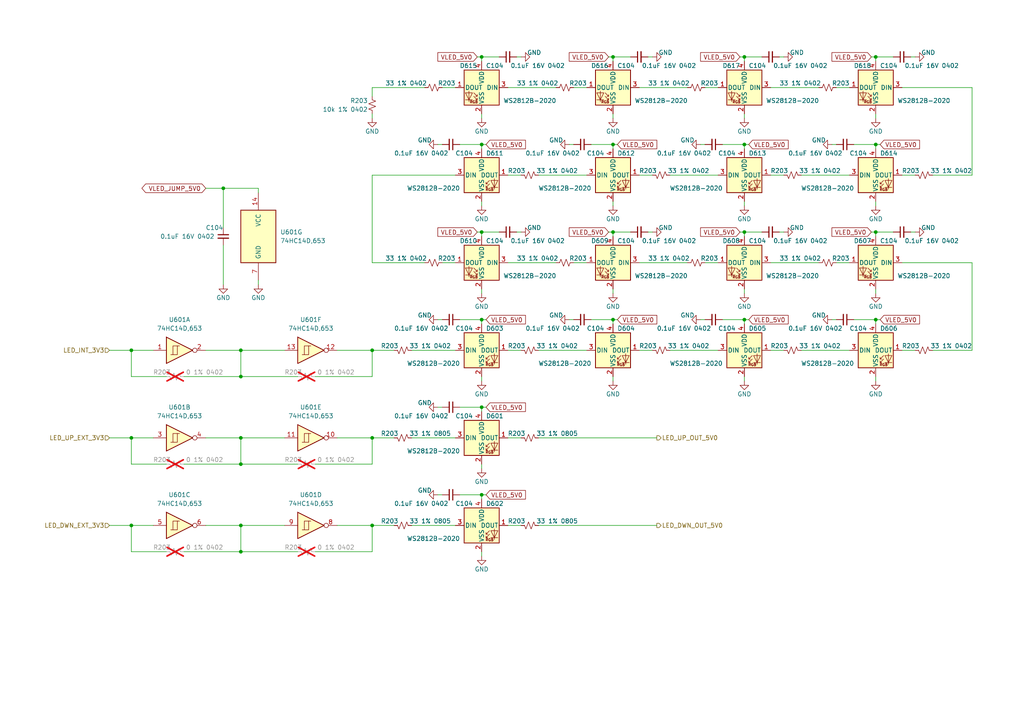
<source format=kicad_sch>
(kicad_sch (version 20230121) (generator eeschema)
  (paper "A4")
  (junction (at 177.8 41.91))
  (junction (at 254 67.31))
  (junction (at 215.9 16.51))
  (junction (at 177.8 16.51))
  (junction (at 177.8 67.31))
  (junction (at 107.95 127))
  (junction (at 38.1 152.4))
  (junction (at 215.9 41.91))
  (junction (at 69.85 134.62))
  (junction (at 38.1 127))
  (junction (at 38.1 101.6))
  (junction (at 107.95 152.4))
  (junction (at 139.7 16.51))
  (junction (at 69.85 152.4))
  (junction (at 254 41.91))
  (junction (at 215.9 67.31))
  (junction (at 215.9 92.71))
  (junction (at 139.7 92.71))
  (junction (at 139.7 118.11))
  (junction (at 254 16.51))
  (junction (at 69.85 160.02))
  (junction (at 139.7 67.31))
  (junction (at 107.95 101.6))
  (junction (at 139.7 41.91))
  (junction (at 69.85 101.6))
  (junction (at 139.7 143.51))
  (junction (at 254 92.71))
  (junction (at 69.85 127))
  (junction (at 64.77 54.61))
  (junction (at 177.8 92.71))
  (junction (at 69.85 109.22))
  (wire (pts (xy 226.06 67.31) (xy 227.33 67.31)))
  (wire (pts (xy 127 143.51) (xy 128.27 143.51)))
  (wire (pts (xy 194.31 101.6) (xy 208.28 101.6)))
  (wire (pts (xy 149.86 67.31) (xy 151.13 67.31)))
  (wire (pts (xy 139.7 33.02) (xy 139.7 34.29)))
  (wire (pts (xy 119.38 152.4) (xy 132.08 152.4)))
  (wire (pts (xy 97.79 101.6) (xy 107.95 101.6)))
  (wire (pts (xy 69.85 101.6) (xy 82.55 101.6)))
  (wire (pts (xy 107.95 50.8) (xy 107.95 76.2)))
  (wire (pts (xy 165.1 92.71) (xy 166.37 92.71)))
  (wire (pts (xy 177.8 67.31) (xy 182.88 67.31)))
  (wire (pts (xy 223.52 76.2) (xy 237.49 76.2)))
  (wire (pts (xy 119.38 127) (xy 132.08 127)))
  (wire (pts (xy 215.9 92.71) (xy 215.9 93.98)))
  (wire (pts (xy 226.06 16.51) (xy 227.33 16.51)))
  (wire (pts (xy 247.65 41.91) (xy 254 41.91)))
  (wire (pts (xy 64.77 71.12) (xy 64.77 82.55)))
  (wire (pts (xy 185.42 101.6) (xy 189.23 101.6)))
  (wire (pts (xy 69.85 127) (xy 82.55 127)))
  (wire (pts (xy 177.8 16.51) (xy 177.8 17.78)))
  (wire (pts (xy 139.7 16.51) (xy 139.7 17.78)))
  (wire (pts (xy 38.1 127) (xy 38.1 134.62)))
  (wire (pts (xy 139.7 143.51) (xy 140.97 143.51)))
  (wire (pts (xy 215.9 16.51) (xy 220.98 16.51)))
  (wire (pts (xy 156.21 50.8) (xy 170.18 50.8)))
  (wire (pts (xy 139.7 118.11) (xy 139.7 119.38)))
  (wire (pts (xy 215.9 92.71) (xy 217.17 92.71)))
  (wire (pts (xy 74.93 81.28) (xy 74.93 82.55)))
  (wire (pts (xy 209.55 92.71) (xy 215.9 92.71)))
  (wire (pts (xy 209.55 41.91) (xy 215.9 41.91)))
  (wire (pts (xy 147.32 50.8) (xy 151.13 50.8)))
  (wire (pts (xy 214.63 67.31) (xy 215.9 67.31)))
  (wire (pts (xy 107.95 25.4) (xy 107.95 27.94)))
  (wire (pts (xy 147.32 152.4) (xy 151.13 152.4)))
  (wire (pts (xy 203.2 41.91) (xy 204.47 41.91)))
  (wire (pts (xy 215.9 67.31) (xy 215.9 68.58)))
  (wire (pts (xy 270.51 101.6) (xy 281.94 101.6)))
  (wire (pts (xy 194.31 50.8) (xy 208.28 50.8)))
  (wire (pts (xy 232.41 101.6) (xy 246.38 101.6)))
  (wire (pts (xy 53.34 160.02) (xy 69.85 160.02)))
  (wire (pts (xy 139.7 134.62) (xy 139.7 135.89)))
  (wire (pts (xy 254 58.42) (xy 254 59.69)))
  (wire (pts (xy 107.95 152.4) (xy 107.95 160.02)))
  (wire (pts (xy 254 92.71) (xy 255.27 92.71)))
  (wire (pts (xy 177.8 41.91) (xy 179.07 41.91)))
  (wire (pts (xy 177.8 109.22) (xy 177.8 110.49)))
  (wire (pts (xy 97.79 127) (xy 107.95 127)))
  (wire (pts (xy 59.69 101.6) (xy 69.85 101.6)))
  (wire (pts (xy 107.95 127) (xy 114.3 127)))
  (wire (pts (xy 156.21 101.6) (xy 170.18 101.6)))
  (wire (pts (xy 38.1 152.4) (xy 44.45 152.4)))
  (wire (pts (xy 204.47 25.4) (xy 208.28 25.4)))
  (wire (pts (xy 53.34 134.62) (xy 69.85 134.62)))
  (wire (pts (xy 64.77 54.61) (xy 74.93 54.61)))
  (wire (pts (xy 64.77 54.61) (xy 64.77 66.04)))
  (wire (pts (xy 91.44 109.22) (xy 107.95 109.22)))
  (wire (pts (xy 107.95 25.4) (xy 123.19 25.4)))
  (wire (pts (xy 119.38 101.6) (xy 132.08 101.6)))
  (wire (pts (xy 69.85 101.6) (xy 69.85 109.22)))
  (wire (pts (xy 254 16.51) (xy 254 17.78)))
  (wire (pts (xy 241.3 41.91) (xy 242.57 41.91)))
  (wire (pts (xy 107.95 101.6) (xy 114.3 101.6)))
  (wire (pts (xy 187.96 16.51) (xy 189.23 16.51)))
  (wire (pts (xy 91.44 134.62) (xy 107.95 134.62)))
  (wire (pts (xy 223.52 101.6) (xy 227.33 101.6)))
  (wire (pts (xy 187.96 67.31) (xy 189.23 67.31)))
  (wire (pts (xy 133.35 41.91) (xy 139.7 41.91)))
  (wire (pts (xy 138.43 67.31) (xy 139.7 67.31)))
  (wire (pts (xy 139.7 41.91) (xy 139.7 43.18)))
  (wire (pts (xy 69.85 109.22) (xy 86.36 109.22)))
  (wire (pts (xy 138.43 16.51) (xy 139.7 16.51)))
  (wire (pts (xy 252.73 67.31) (xy 254 67.31)))
  (wire (pts (xy 38.1 101.6) (xy 38.1 109.22)))
  (wire (pts (xy 149.86 16.51) (xy 151.13 16.51)))
  (wire (pts (xy 254 41.91) (xy 254 43.18)))
  (wire (pts (xy 223.52 50.8) (xy 227.33 50.8)))
  (wire (pts (xy 133.35 92.71) (xy 139.7 92.71)))
  (wire (pts (xy 139.7 58.42) (xy 139.7 59.69)))
  (wire (pts (xy 38.1 101.6) (xy 44.45 101.6)))
  (wire (pts (xy 171.45 92.71) (xy 177.8 92.71)))
  (wire (pts (xy 261.62 76.2) (xy 281.94 76.2)))
  (wire (pts (xy 165.1 41.91) (xy 166.37 41.91)))
  (wire (pts (xy 139.7 67.31) (xy 144.78 67.31)))
  (wire (pts (xy 281.94 25.4) (xy 281.94 50.8)))
  (wire (pts (xy 177.8 41.91) (xy 177.8 43.18)))
  (wire (pts (xy 177.8 33.02) (xy 177.8 34.29)))
  (wire (pts (xy 264.16 67.31) (xy 265.43 67.31)))
  (wire (pts (xy 254 67.31) (xy 254 68.58)))
  (wire (pts (xy 261.62 101.6) (xy 265.43 101.6)))
  (wire (pts (xy 91.44 160.02) (xy 107.95 160.02)))
  (wire (pts (xy 127 118.11) (xy 128.27 118.11)))
  (wire (pts (xy 185.42 25.4) (xy 199.39 25.4)))
  (wire (pts (xy 53.34 109.22) (xy 69.85 109.22)))
  (wire (pts (xy 261.62 25.4) (xy 281.94 25.4)))
  (wire (pts (xy 139.7 109.22) (xy 139.7 110.49)))
  (wire (pts (xy 254 83.82) (xy 254 85.09)))
  (wire (pts (xy 139.7 143.51) (xy 139.7 144.78)))
  (wire (pts (xy 38.1 152.4) (xy 38.1 160.02)))
  (wire (pts (xy 215.9 33.02) (xy 215.9 34.29)))
  (wire (pts (xy 177.8 83.82) (xy 177.8 85.09)))
  (wire (pts (xy 31.75 152.4) (xy 38.1 152.4)))
  (wire (pts (xy 252.73 16.51) (xy 254 16.51)))
  (wire (pts (xy 241.3 92.71) (xy 242.57 92.71)))
  (wire (pts (xy 139.7 118.11) (xy 140.97 118.11)))
  (wire (pts (xy 133.35 118.11) (xy 139.7 118.11)))
  (wire (pts (xy 59.69 54.61) (xy 64.77 54.61)))
  (wire (pts (xy 215.9 58.42) (xy 215.9 59.69)))
  (wire (pts (xy 133.35 143.51) (xy 139.7 143.51)))
  (wire (pts (xy 247.65 92.71) (xy 254 92.71)))
  (wire (pts (xy 59.69 152.4) (xy 69.85 152.4)))
  (wire (pts (xy 270.51 50.8) (xy 281.94 50.8)))
  (wire (pts (xy 128.27 25.4) (xy 132.08 25.4)))
  (wire (pts (xy 38.1 134.62) (xy 48.26 134.62)))
  (wire (pts (xy 254 67.31) (xy 259.08 67.31)))
  (wire (pts (xy 38.1 127) (xy 44.45 127)))
  (wire (pts (xy 107.95 152.4) (xy 114.3 152.4)))
  (wire (pts (xy 139.7 41.91) (xy 140.97 41.91)))
  (wire (pts (xy 166.37 25.4) (xy 170.18 25.4)))
  (wire (pts (xy 147.32 76.2) (xy 161.29 76.2)))
  (wire (pts (xy 38.1 160.02) (xy 48.26 160.02)))
  (wire (pts (xy 203.2 92.71) (xy 204.47 92.71)))
  (wire (pts (xy 107.95 101.6) (xy 107.95 109.22)))
  (wire (pts (xy 156.21 152.4) (xy 190.5 152.4)))
  (wire (pts (xy 31.75 101.6) (xy 38.1 101.6)))
  (wire (pts (xy 139.7 92.71) (xy 139.7 93.98)))
  (wire (pts (xy 139.7 92.71) (xy 140.97 92.71)))
  (wire (pts (xy 107.95 33.02) (xy 107.95 34.29)))
  (wire (pts (xy 177.8 92.71) (xy 179.07 92.71)))
  (wire (pts (xy 127 41.91) (xy 128.27 41.91)))
  (wire (pts (xy 107.95 50.8) (xy 132.08 50.8)))
  (wire (pts (xy 214.63 16.51) (xy 215.9 16.51)))
  (wire (pts (xy 139.7 83.82) (xy 139.7 85.09)))
  (wire (pts (xy 176.53 16.51) (xy 177.8 16.51)))
  (wire (pts (xy 204.47 76.2) (xy 208.28 76.2)))
  (wire (pts (xy 147.32 101.6) (xy 151.13 101.6)))
  (wire (pts (xy 232.41 50.8) (xy 246.38 50.8)))
  (wire (pts (xy 254 109.22) (xy 254 110.49)))
  (wire (pts (xy 242.57 76.2) (xy 246.38 76.2)))
  (wire (pts (xy 139.7 16.51) (xy 144.78 16.51)))
  (wire (pts (xy 107.95 127) (xy 107.95 134.62)))
  (wire (pts (xy 223.52 25.4) (xy 237.49 25.4)))
  (wire (pts (xy 127 92.71) (xy 128.27 92.71)))
  (wire (pts (xy 185.42 76.2) (xy 199.39 76.2)))
  (wire (pts (xy 215.9 109.22) (xy 215.9 110.49)))
  (wire (pts (xy 281.94 76.2) (xy 281.94 101.6)))
  (wire (pts (xy 264.16 16.51) (xy 265.43 16.51)))
  (wire (pts (xy 128.27 76.2) (xy 132.08 76.2)))
  (wire (pts (xy 261.62 50.8) (xy 265.43 50.8)))
  (wire (pts (xy 177.8 16.51) (xy 182.88 16.51)))
  (wire (pts (xy 31.75 127) (xy 38.1 127)))
  (wire (pts (xy 59.69 127) (xy 69.85 127)))
  (wire (pts (xy 171.45 41.91) (xy 177.8 41.91)))
  (wire (pts (xy 107.95 76.2) (xy 123.19 76.2)))
  (wire (pts (xy 69.85 134.62) (xy 86.36 134.62)))
  (wire (pts (xy 254 92.71) (xy 254 93.98)))
  (wire (pts (xy 215.9 41.91) (xy 217.17 41.91)))
  (wire (pts (xy 139.7 160.02) (xy 139.7 161.29)))
  (wire (pts (xy 177.8 58.42) (xy 177.8 59.69)))
  (wire (pts (xy 166.37 76.2) (xy 170.18 76.2)))
  (wire (pts (xy 254 41.91) (xy 255.27 41.91)))
  (wire (pts (xy 177.8 92.71) (xy 177.8 93.98)))
  (wire (pts (xy 156.21 127) (xy 190.5 127)))
  (wire (pts (xy 38.1 109.22) (xy 48.26 109.22)))
  (wire (pts (xy 176.53 67.31) (xy 177.8 67.31)))
  (wire (pts (xy 185.42 50.8) (xy 189.23 50.8)))
  (wire (pts (xy 97.79 152.4) (xy 107.95 152.4)))
  (wire (pts (xy 69.85 160.02) (xy 86.36 160.02)))
  (wire (pts (xy 147.32 25.4) (xy 161.29 25.4)))
  (wire (pts (xy 254 33.02) (xy 254 34.29)))
  (wire (pts (xy 74.93 54.61) (xy 74.93 55.88)))
  (wire (pts (xy 69.85 152.4) (xy 82.55 152.4)))
  (wire (pts (xy 147.32 127) (xy 151.13 127)))
  (wire (pts (xy 215.9 67.31) (xy 220.98 67.31)))
  (wire (pts (xy 69.85 152.4) (xy 69.85 160.02)))
  (wire (pts (xy 254 16.51) (xy 259.08 16.51)))
  (wire (pts (xy 215.9 16.51) (xy 215.9 17.78)))
  (wire (pts (xy 215.9 83.82) (xy 215.9 85.09)))
  (wire (pts (xy 177.8 67.31) (xy 177.8 68.58)))
  (wire (pts (xy 139.7 67.31) (xy 139.7 68.58)))
  (wire (pts (xy 69.85 127) (xy 69.85 134.62)))
  (wire (pts (xy 215.9 41.91) (xy 215.9 43.18)))
  (wire (pts (xy 242.57 25.4) (xy 246.38 25.4)))
  (global_label "VLED_5V0" (shape input) (at 217.17 41.91 0) (property "Intersheetrefs" "${INTERSHEET_REFS}" (effects hide)))
  (global_label "VLED_5V0" (shape input) (at 140.97 118.11 0) (property "Intersheetrefs" "${INTERSHEET_REFS}" (effects hide)))
  (global_label "VLED_5V0" (shape input) (at 252.73 16.51 180) (property "Intersheetrefs" "${INTERSHEET_REFS}" (effects hide)))
  (global_label "VLED_5V0" (shape input) (at 214.63 67.31 180) (property "Intersheetrefs" "${INTERSHEET_REFS}" (effects hide)))
  (global_label "VLED_JUMP_5V0" (shape bidirectional) (at 59.69 54.61 180) (property "Intersheetrefs" "${INTERSHEET_REFS}" (effects hide)))
  (global_label "VLED_5V0" (shape input) (at 252.73 67.31 180) (property "Intersheetrefs" "${INTERSHEET_REFS}" (effects hide)))
  (global_label "VLED_5V0" (shape input) (at 217.17 92.71 0) (property "Intersheetrefs" "${INTERSHEET_REFS}" (effects hide)))
  (global_label "VLED_5V0" (shape input) (at 138.43 16.51 180) (property "Intersheetrefs" "${INTERSHEET_REFS}" (effects hide)))
  (global_label "VLED_5V0" (shape input) (at 140.97 92.71 0) (property "Intersheetrefs" "${INTERSHEET_REFS}" (effects hide)))
  (global_label "VLED_5V0" (shape input) (at 255.27 92.71 0) (property "Intersheetrefs" "${INTERSHEET_REFS}" (effects hide)))
  (global_label "VLED_5V0" (shape input) (at 140.97 41.91 0) (property "Intersheetrefs" "${INTERSHEET_REFS}" (effects hide)))
  (global_label "VLED_5V0" (shape input) (at 179.07 41.91 0) (property "Intersheetrefs" "${INTERSHEET_REFS}" (effects hide)))
  (global_label "VLED_5V0" (shape input) (at 214.63 16.51 180) (property "Intersheetrefs" "${INTERSHEET_REFS}" (effects hide)))
  (global_label "VLED_5V0" (shape input) (at 140.97 143.51 0) (property "Intersheetrefs" "${INTERSHEET_REFS}" (effects hide)))
  (global_label "VLED_5V0" (shape input) (at 176.53 16.51 180) (property "Intersheetrefs" "${INTERSHEET_REFS}" (effects hide)))
  (global_label "VLED_5V0" (shape input) (at 255.27 41.91 0) (property "Intersheetrefs" "${INTERSHEET_REFS}" (effects hide)))
  (global_label "VLED_5V0" (shape input) (at 179.07 92.71 0) (property "Intersheetrefs" "${INTERSHEET_REFS}" (effects hide)))
  (global_label "VLED_5V0" (shape input) (at 176.53 67.31 180) (property "Intersheetrefs" "${INTERSHEET_REFS}" (effects hide)))
  (global_label "VLED_5V0" (shape input) (at 138.43 67.31 180) (property "Intersheetrefs" "${INTERSHEET_REFS}" (effects hide)))
  (hierarchical_label "LED_UP_EXT_3V3" (shape input) (at 31.75 127 180))
  (hierarchical_label "LED_INT_3V3" (shape input) (at 31.75 101.6 180))
  (hierarchical_label "LED_DWN_EXT_3V3" (shape input) (at 31.75 152.4 180))
  (hierarchical_label "LED_UP_OUT_5V0" (shape output) (at 190.5 127 0))
  (hierarchical_label "LED_DWN_OUT_5V0" (shape output) (at 190.5 152.4 0))
  (symbol (lib_id "power:GND") (at 139.7 59.69 0) (unit 1)
    (property "Reference" "#PWR0109" (effects hide))
    (property "Value" "GND" (at 139.7 63.5 0))
    (instances (project "Sleigh_Controller_Ornament_2023" (path "" (reference "#PWR0109") (unit 1)) (path "" (reference "#PWR0311") (unit 1)) (path "" (reference "#PWR0624") (unit 1))))
  )
  (symbol (lib_id "RK_Logic_LevelTranslator:74HC14") (at 52.07 101.6 0) (unit 1)
    (property "Reference" "U601" (at 52.07 92.71 0))
    (property "Value" "74HC14D,653" (at 52.07 95.25 0))
    (property "Footprint" "Package_SO:SO-14_3.9x8.65mm_P1.27mm" (effects hide))
    (property "Datasheet" "https://datasheet.lcsc.com/lcsc/1811141851_Nexperia-74HC14D-653_C5605.pdf" (effects hide))
    (property "JLC_Cost" "0.1035" (effects hide))
    (property "JLC_Manufacturer" "Nexperia" (effects hide))
    (property "JLC_PN" "C5605" (effects hide))
    (property "JLC_Type" "Basic" (effects hide))
    (property "JLC_MPN" "74HC14D,653" (effects hide))
  )
  (symbol (lib_id "Device:C_Small") (at 245.11 41.91 270) (mirror x) (unit 1)
    (property "Reference" "C104" (at 246.38 44.45 90) (effects (justify left)))
    (property "Value" "0.1uF 16V 0402" (at 228.6 44.45 90) (effects (justify left)))
    (property "Footprint" "Capacitor_SMD:C_0402_1005Metric" (effects hide))
    (property "JLC_Cost" "0.0009" (effects hide))
    (property "JLC_Manufacturer" "Samsung Electro-Mechanics" (effects hide))
    (property "JLC_PN" "C1525" (effects hide))
    (property "JLC_Type" "Basic" (effects hide))
    (property "JLC_MPN" "CL05B104KO5NNNC" (effects hide))
    (instances (project "Sleigh_Controller_Ornament_2023" (path "" (reference "C104") (unit 1)) (path "" (reference "C302") (unit 1)) (path "" (reference "C615") (unit 1))))
  )
  (symbol (lib_id "power:GND") (at 177.8 85.09 0) (unit 1)
    (property "Reference" "#PWR0109" (effects hide))
    (property "Value" "GND" (at 177.8 88.9 0))
    (instances (project "Sleigh_Controller_Ornament_2023" (path "" (reference "#PWR0109") (unit 1)) (path "" (reference "#PWR0311") (unit 1)) (path "" (reference "#PWR0619") (unit 1))))
  )
  (symbol (lib_id "RK_LED:WS2812B-2020") (at 177.8 101.6 0) (unit 1)
    (property "Reference" "D604" (at 181.61 95.25 0))
    (property "Value" "WS2812B-2020" (at 163.83 105.41 0))
    (property "Footprint" "RK_LED_SMD:LED_WS2812B-2020" (effects hide))
    (property "Datasheet" "https://www.mouser.com/pdfDocs/WS2812B-2020_V10_EN_181106150240761.pdf" (effects hide))
    (property "JLC_Cost" "0.0926" (effects hide))
    (property "JLC_Manufacturer" "Worldsemi" (effects hide))
    (property "JLC_PN" "C965555" (effects hide))
    (property "JLC_Type" "Extended" (effects hide))
    (property "JLC_MPN" "WS2812B-2020" (effects hide))
  )
  (symbol (lib_id "Device:R_Small_US") (at 125.73 76.2 90) (unit 1)
    (property "Reference" "R203" (at 127 74.93 90) (effects (justify right)))
    (property "Value" "33 1% 0402" (at 111.76 74.93 90) (effects (justify right)))
    (property "Footprint" "Resistor_SMD:R_0402_1005Metric" (effects hide))
    (property "JLC_Cost" "0.0004" (effects hide))
    (property "JLC_Manufacturer" "UNI-ROYAL(Uniroyal Elec)" (effects hide))
    (property "JLC_PN" "C25105" (effects hide))
    (property "JLC_Type" "Basic" (effects hide))
    (property "JLC_MPN" "0402WGF330JTCE" (effects hide))
    (instances (project "Sleigh_Controller_Ornament_2023" (path "" (reference "R203") (unit 1)) (path "" (reference "R316") (unit 1)) (path "" (reference "R402") (unit 1)) (path "" (reference "R619") (unit 1))))
  )
  (symbol (lib_id "RK_LED:WS2812B-2020") (at 139.7 50.8 0) (unit 1)
    (property "Reference" "D611" (at 143.51 44.45 0))
    (property "Value" "WS2812B-2020" (at 125.73 54.61 0))
    (property "Footprint" "RK_LED_SMD:LED_WS2812B-2020" (effects hide))
    (property "Datasheet" "https://www.mouser.com/pdfDocs/WS2812B-2020_V10_EN_181106150240761.pdf" (effects hide))
    (property "JLC_Cost" "0.0926" (effects hide))
    (property "JLC_Manufacturer" "Worldsemi" (effects hide))
    (property "JLC_PN" "C965555" (effects hide))
    (property "JLC_Type" "Extended" (effects hide))
    (property "JLC_MPN" "WS2812B-2020" (effects hide))
  )
  (symbol (lib_id "Device:R_Small_US") (at 50.8 109.22 270) (mirror x) (unit 1) (dnp yes)
    (property "Reference" "R203" (at 49.53 107.95 90) (effects (justify right)))
    (property "Value" "0 1% 0402" (at 64.77 107.95 90) (effects (justify right)))
    (property "Footprint" "Resistor_SMD:R_0402_1005Metric" (effects hide))
    (property "JLC_Cost" "0.0005" (effects hide))
    (property "JLC_Manufacturer" "UNI-ROYAL(Uniroyal Elec)" (effects hide))
    (property "JLC_PN" "C17168" (effects hide))
    (property "JLC_Type" "Basic" (effects hide))
    (property "JLC_MPN" "0402WGF0000TCE" (effects hide))
    (instances (project "Sleigh_Controller_Ornament_2023" (path "" (reference "R203") (unit 1)) (path "" (reference "R316") (unit 1)) (path "" (reference "R402") (unit 1)) (path "" (reference "R601") (unit 1))))
  )
  (symbol (lib_id "power:GND") (at 203.2 41.91 270) (unit 1)
    (property "Reference" "#PWR0109" (effects hide))
    (property "Value" "GND" (at 199.39 40.64 90))
    (instances (project "Sleigh_Controller_Ornament_2023" (path "" (reference "#PWR0109") (unit 1)) (path "" (reference "#PWR0311") (unit 1)) (path "" (reference "#PWR0627") (unit 1))))
  )
  (symbol (lib_id "Device:R_Small_US") (at 153.67 50.8 270) (mirror x) (unit 1)
    (property "Reference" "R203" (at 152.4 49.53 90) (effects (justify right)))
    (property "Value" "33 1% 0402" (at 167.64 49.53 90) (effects (justify right)))
    (property "Footprint" "Resistor_SMD:R_0402_1005Metric" (effects hide))
    (property "JLC_Cost" "0.0004" (effects hide))
    (property "JLC_Manufacturer" "UNI-ROYAL(Uniroyal Elec)" (effects hide))
    (property "JLC_PN" "C25105" (effects hide))
    (property "JLC_Type" "Basic" (effects hide))
    (property "JLC_MPN" "0402WGF330JTCE" (effects hide))
    (instances (project "Sleigh_Controller_Ornament_2023" (path "" (reference "R203") (unit 1)) (path "" (reference "R316") (unit 1)) (path "" (reference "R402") (unit 1)) (path "" (reference "R620") (unit 1))))
  )
  (symbol (lib_id "power:GND") (at 127 143.51 270) (unit 1)
    (property "Reference" "#PWR0109" (effects hide))
    (property "Value" "GND" (at 123.19 142.24 90))
    (instances (project "Sleigh_Controller_Ornament_2023" (path "" (reference "#PWR0109") (unit 1)) (path "" (reference "#PWR0311") (unit 1)) (path "" (reference "#PWR0603") (unit 1))))
  )
  (symbol (lib_id "power:GND") (at 139.7 161.29 0) (unit 1)
    (property "Reference" "#PWR0109" (effects hide))
    (property "Value" "GND" (at 139.7 165.1 0))
    (instances (project "Sleigh_Controller_Ornament_2023" (path "" (reference "#PWR0109") (unit 1)) (path "" (reference "#PWR0311") (unit 1)) (path "" (reference "#PWR0605") (unit 1))))
  )
  (symbol (lib_id "Device:R_Small_US") (at 153.67 127 270) (mirror x) (unit 1)
    (property "Reference" "R203" (at 152.4 125.73 90) (effects (justify right)))
    (property "Value" "33 1% 0805" (at 167.64 125.73 90) (effects (justify right)))
    (property "Footprint" "Resistor_SMD:R_0805_2012Metric" (effects hide))
    (property "JLC_Cost" "0.0016" (effects hide))
    (property "JLC_Manufacturer" "UNI-ROYAL(Uniroyal Elec)" (effects hide))
    (property "JLC_PN" "C17634" (effects hide))
    (property "JLC_Type" "Basic" (effects hide))
    (property "JLC_MPN" "0805W8F330JT5E" (effects hide))
    (instances (project "Sleigh_Controller_Ornament_2023" (path "" (reference "R203") (unit 1)) (path "" (reference "R316") (unit 1)) (path "" (reference "R402") (unit 1)) (path "" (reference "R609") (unit 1))))
  )
  (symbol (lib_id "Device:R_Small_US") (at 240.03 25.4 90) (unit 1)
    (property "Reference" "R203" (at 241.3 24.13 90) (effects (justify right)))
    (property "Value" "33 1% 0402" (at 226.06 24.13 90) (effects (justify right)))
    (property "Footprint" "Resistor_SMD:R_0402_1005Metric" (effects hide))
    (property "JLC_Cost" "0.0004" (effects hide))
    (property "JLC_Manufacturer" "UNI-ROYAL(Uniroyal Elec)" (effects hide))
    (property "JLC_PN" "C25105" (effects hide))
    (property "JLC_Type" "Basic" (effects hide))
    (property "JLC_MPN" "0402WGF330JTCE" (effects hide))
    (instances (project "Sleigh_Controller_Ornament_2023" (path "" (reference "R203") (unit 1)) (path "" (reference "R316") (unit 1)) (path "" (reference "R402") (unit 1)) (path "" (reference "R627") (unit 1))))
  )
  (symbol (lib_id "power:GND") (at 254 34.29 0) (unit 1)
    (property "Reference" "#PWR0109" (effects hide))
    (property "Value" "GND" (at 254 38.1 0))
    (instances (project "Sleigh_Controller_Ornament_2023" (path "" (reference "#PWR0109") (unit 1)) (path "" (reference "#PWR0311") (unit 1)) (path "" (reference "#PWR0637") (unit 1))))
  )
  (symbol (lib_id "power:GND") (at 203.2 92.71 270) (unit 1)
    (property "Reference" "#PWR0109" (effects hide))
    (property "Value" "GND" (at 199.39 91.44 90))
    (instances (project "Sleigh_Controller_Ornament_2023" (path "" (reference "#PWR0109") (unit 1)) (path "" (reference "#PWR0311") (unit 1)) (path "" (reference "#PWR0611") (unit 1))))
  )
  (symbol (lib_id "power:GND") (at 139.7 110.49 0) (unit 1)
    (property "Reference" "#PWR0109" (effects hide))
    (property "Value" "GND" (at 139.7 114.3 0))
    (instances (project "Sleigh_Controller_Ornament_2023" (path "" (reference "#PWR0109") (unit 1)) (path "" (reference "#PWR0311") (unit 1)) (path "" (reference "#PWR0608") (unit 1))))
  )
  (symbol (lib_id "Device:R_Small_US") (at 153.67 101.6 270) (mirror x) (unit 1)
    (property "Reference" "R203" (at 152.4 100.33 90) (effects (justify right)))
    (property "Value" "33 1% 0402" (at 167.64 100.33 90) (effects (justify right)))
    (property "Footprint" "Resistor_SMD:R_0402_1005Metric" (effects hide))
    (property "JLC_Cost" "0.0004" (effects hide))
    (property "JLC_Manufacturer" "UNI-ROYAL(Uniroyal Elec)" (effects hide))
    (property "JLC_PN" "C25105" (effects hide))
    (property "JLC_Type" "Basic" (effects hide))
    (property "JLC_MPN" "0402WGF330JTCE" (effects hide))
    (instances (project "Sleigh_Controller_Ornament_2023" (path "" (reference "R203") (unit 1)) (path "" (reference "R316") (unit 1)) (path "" (reference "R402") (unit 1)) (path "" (reference "R612") (unit 1))))
  )
  (symbol (lib_id "Device:R_Small_US") (at 50.8 134.62 270) (mirror x) (unit 1) (dnp yes)
    (property "Reference" "R203" (at 49.53 133.35 90) (effects (justify right)))
    (property "Value" "0 1% 0402" (at 64.77 133.35 90) (effects (justify right)))
    (property "Footprint" "Resistor_SMD:R_0402_1005Metric" (effects hide))
    (property "JLC_Cost" "0.0005" (effects hide))
    (property "JLC_Manufacturer" "UNI-ROYAL(Uniroyal Elec)" (effects hide))
    (property "JLC_PN" "C17168" (effects hide))
    (property "JLC_Type" "Basic" (effects hide))
    (property "JLC_MPN" "0402WGF0000TCE" (effects hide))
    (instances (project "Sleigh_Controller_Ornament_2023" (path "" (reference "R203") (unit 1)) (path "" (reference "R316") (unit 1)) (path "" (reference "R402") (unit 1)) (path "" (reference "R603") (unit 1))))
  )
  (symbol (lib_id "Device:C_Small") (at 207.01 92.71 270) (mirror x) (unit 1)
    (property "Reference" "C104" (at 208.28 95.25 90) (effects (justify left)))
    (property "Value" "0.1uF 16V 0402" (at 190.5 95.25 90) (effects (justify left)))
    (property "Footprint" "Capacitor_SMD:C_0402_1005Metric" (effects hide))
    (property "JLC_Cost" "0.0009" (effects hide))
    (property "JLC_Manufacturer" "Samsung Electro-Mechanics" (effects hide))
    (property "JLC_PN" "C1525" (effects hide))
    (property "JLC_Type" "Basic" (effects hide))
    (property "JLC_MPN" "CL05B104KO5NNNC" (effects hide))
    (instances (project "Sleigh_Controller_Ornament_2023" (path "" (reference "C104") (unit 1)) (path "" (reference "C302") (unit 1)) (path "" (reference "C606") (unit 1))))
  )
  (symbol (lib_id "power:GND") (at 215.9 110.49 0) (unit 1)
    (property "Reference" "#PWR0109" (effects hide))
    (property "Value" "GND" (at 215.9 114.3 0))
    (instances (project "Sleigh_Controller_Ornament_2023" (path "" (reference "#PWR0109") (unit 1)) (path "" (reference "#PWR0311") (unit 1)) (path "" (reference "#PWR0612") (unit 1))))
  )
  (symbol (lib_id "Device:C_Small") (at 185.42 16.51 90) (unit 1)
    (property "Reference" "C104" (at 184.15 19.05 90) (effects (justify left)))
    (property "Value" "0.1uF 16V 0402" (at 201.93 19.05 90) (effects (justify left)))
    (property "Footprint" "Capacitor_SMD:C_0402_1005Metric" (effects hide))
    (property "JLC_Cost" "0.0009" (effects hide))
    (property "JLC_Manufacturer" "Samsung Electro-Mechanics" (effects hide))
    (property "JLC_PN" "C1525" (effects hide))
    (property "JLC_Type" "Basic" (effects hide))
    (property "JLC_MPN" "CL05B104KO5NNNC" (effects hide))
    (instances (project "Sleigh_Controller_Ornament_2023" (path "" (reference "C104") (unit 1)) (path "" (reference "C302") (unit 1)) (path "" (reference "C617") (unit 1))))
  )
  (symbol (lib_id "power:GND") (at 177.8 34.29 0) (unit 1)
    (property "Reference" "#PWR0109" (effects hide))
    (property "Value" "GND" (at 177.8 38.1 0))
    (instances (project "Sleigh_Controller_Ornament_2023" (path "" (reference "#PWR0109") (unit 1)) (path "" (reference "#PWR0311") (unit 1)) (path "" (reference "#PWR0633") (unit 1))))
  )
  (symbol (lib_id "power:GND") (at 189.23 67.31 90) (mirror x) (unit 1)
    (property "Reference" "#PWR0109" (effects hide))
    (property "Value" "GND" (at 193.04 66.04 90))
    (instances (project "Sleigh_Controller_Ornament_2023" (path "" (reference "#PWR0109") (unit 1)) (path "" (reference "#PWR0311") (unit 1)) (path "" (reference "#PWR0620") (unit 1))))
  )
  (symbol (lib_id "Device:R_Small_US") (at 229.87 50.8 270) (mirror x) (unit 1)
    (property "Reference" "R203" (at 228.6 49.53 90) (effects (justify right)))
    (property "Value" "33 1% 0402" (at 243.84 49.53 90) (effects (justify right)))
    (property "Footprint" "Resistor_SMD:R_0402_1005Metric" (effects hide))
    (property "JLC_Cost" "0.0004" (effects hide))
    (property "JLC_Manufacturer" "UNI-ROYAL(Uniroyal Elec)" (effects hide))
    (property "JLC_PN" "C25105" (effects hide))
    (property "JLC_Type" "Basic" (effects hide))
    (property "JLC_MPN" "0402WGF330JTCE" (effects hide))
    (instances (project "Sleigh_Controller_Ornament_2023" (path "" (reference "R203") (unit 1)) (path "" (reference "R316") (unit 1)) (path "" (reference "R402") (unit 1)) (path "" (reference "R622") (unit 1))))
  )
  (symbol (lib_id "Device:R_Small_US") (at 153.67 152.4 270) (mirror x) (unit 1)
    (property "Reference" "R203" (at 152.4 151.13 90) (effects (justify right)))
    (property "Value" "33 1% 0805" (at 167.64 151.13 90) (effects (justify right)))
    (property "Footprint" "Resistor_SMD:R_0805_2012Metric" (effects hide))
    (property "JLC_Cost" "0.0016" (effects hide))
    (property "JLC_Manufacturer" "UNI-ROYAL(Uniroyal Elec)" (effects hide))
    (property "JLC_PN" "C17634" (effects hide))
    (property "JLC_Type" "Basic" (effects hide))
    (property "JLC_MPN" "0805W8F330JT5E" (effects hide))
    (instances (project "Sleigh_Controller_Ornament_2023" (path "" (reference "R203") (unit 1)) (path "" (reference "R316") (unit 1)) (path "" (reference "R402") (unit 1)) (path "" (reference "R610") (unit 1))))
  )
  (symbol (lib_id "power:GND") (at 127 92.71 270) (unit 1)
    (property "Reference" "#PWR0109" (effects hide))
    (property "Value" "GND" (at 123.19 91.44 90))
    (instances (project "Sleigh_Controller_Ornament_2023" (path "" (reference "#PWR0109") (unit 1)) (path "" (reference "#PWR0311") (unit 1)) (path "" (reference "#PWR0607") (unit 1))))
  )
  (symbol (lib_id "power:GND") (at 107.95 34.29 0) (unit 1)
    (property "Reference" "#PWR0109" (effects hide))
    (property "Value" "GND" (at 107.95 38.1 0))
    (instances (project "Sleigh_Controller_Ornament_2023" (path "" (reference "#PWR0109") (unit 1)) (path "" (reference "#PWR0311") (unit 1)) (path "" (reference "#PWR0639") (unit 1))))
  )
  (symbol (lib_id "RK_LED:WS2812B-2020") (at 254 76.2 0) (mirror y) (unit 1)
    (property "Reference" "D607" (at 250.19 69.85 0))
    (property "Value" "WS2812B-2020" (at 267.97 80.01 0))
    (property "Footprint" "RK_LED_SMD:LED_WS2812B-2020" (effects hide))
    (property "Datasheet" "https://www.mouser.com/pdfDocs/WS2812B-2020_V10_EN_181106150240761.pdf" (effects hide))
    (property "JLC_Cost" "0.0926" (effects hide))
    (property "JLC_Manufacturer" "Worldsemi" (effects hide))
    (property "JLC_PN" "C965555" (effects hide))
    (property "JLC_Type" "Extended" (effects hide))
    (property "JLC_MPN" "WS2812B-2020" (effects hide))
  )
  (symbol (lib_id "Device:R_Small_US") (at 240.03 76.2 90) (unit 1)
    (property "Reference" "R203" (at 241.3 74.93 90) (effects (justify right)))
    (property "Value" "33 1% 0402" (at 226.06 74.93 90) (effects (justify right)))
    (property "Footprint" "Resistor_SMD:R_0402_1005Metric" (effects hide))
    (property "JLC_Cost" "0.0004" (effects hide))
    (property "JLC_Manufacturer" "UNI-ROYAL(Uniroyal Elec)" (effects hide))
    (property "JLC_PN" "C25105" (effects hide))
    (property "JLC_Type" "Basic" (effects hide))
    (property "JLC_MPN" "0402WGF330JTCE" (effects hide))
    (instances (project "Sleigh_Controller_Ornament_2023" (path "" (reference "R203") (unit 1)) (path "" (reference "R316") (unit 1)) (path "" (reference "R402") (unit 1)) (path "" (reference "R616") (unit 1))))
  )
  (symbol (lib_id "RK_LED:WS2812B-2020") (at 177.8 25.4 0) (mirror y) (unit 1)
    (property "Reference" "D616" (at 173.99 19.05 0))
    (property "Value" "WS2812B-2020" (at 191.77 29.21 0))
    (property "Footprint" "RK_LED_SMD:LED_WS2812B-2020" (effects hide))
    (property "Datasheet" "https://www.mouser.com/pdfDocs/WS2812B-2020_V10_EN_181106150240761.pdf" (effects hide))
    (property "JLC_Cost" "0.0926" (effects hide))
    (property "JLC_Manufacturer" "Worldsemi" (effects hide))
    (property "JLC_PN" "C965555" (effects hide))
    (property "JLC_Type" "Extended" (effects hide))
    (property "JLC_MPN" "WS2812B-2020" (effects hide))
  )
  (symbol (lib_id "power:GND") (at 139.7 85.09 0) (unit 1)
    (property "Reference" "#PWR0109" (effects hide))
    (property "Value" "GND" (at 139.7 88.9 0))
    (instances (project "Sleigh_Controller_Ornament_2023" (path "" (reference "#PWR0109") (unit 1)) (path "" (reference "#PWR0311") (unit 1)) (path "" (reference "#PWR0621") (unit 1))))
  )
  (symbol (lib_id "Device:R_Small_US") (at 116.84 127 270) (mirror x) (unit 1)
    (property "Reference" "R203" (at 115.57 125.73 90) (effects (justify right)))
    (property "Value" "33 1% 0805" (at 130.81 125.73 90) (effects (justify right)))
    (property "Footprint" "Resistor_SMD:R_0805_2012Metric" (effects hide))
    (property "JLC_Cost" "0.0016" (effects hide))
    (property "JLC_Manufacturer" "UNI-ROYAL(Uniroyal Elec)" (effects hide))
    (property "JLC_PN" "C17634" (effects hide))
    (property "JLC_Type" "Basic" (effects hide))
    (property "JLC_MPN" "0805W8F330JT5E" (effects hide))
    (instances (project "Sleigh_Controller_Ornament_2023" (path "" (reference "R203") (unit 1)) (path "" (reference "R316") (unit 1)) (path "" (reference "R402") (unit 1)) (path "" (reference "R607") (unit 1))))
  )
  (symbol (lib_id "RK_Logic_LevelTranslator:74HC14") (at 90.17 101.6 0) (unit 6)
    (property "Reference" "U601" (at 90.17 92.71 0))
    (property "Value" "74HC14D,653" (at 90.17 95.25 0))
    (property "Footprint" "Package_SO:SO-14_3.9x8.65mm_P1.27mm" (effects hide))
    (property "Datasheet" "https://datasheet.lcsc.com/lcsc/1811141851_Nexperia-74HC14D-653_C5605.pdf" (effects hide))
    (property "JLC_Cost" "0.1035" (effects hide))
    (property "JLC_Manufacturer" "Nexperia" (effects hide))
    (property "JLC_PN" "C5605" (effects hide))
    (property "JLC_Type" "Basic" (effects hide))
    (property "JLC_MPN" "74HC14D,653" (effects hide))
  )
  (symbol (lib_id "RK_Logic_LevelTranslator:74HC14") (at 52.07 152.4 0) (unit 3)
    (property "Reference" "U601" (at 52.07 143.51 0))
    (property "Value" "74HC14D,653" (at 52.07 146.05 0))
    (property "Footprint" "Package_SO:SO-14_3.9x8.65mm_P1.27mm" (effects hide))
    (property "Datasheet" "https://datasheet.lcsc.com/lcsc/1811141851_Nexperia-74HC14D-653_C5605.pdf" (effects hide))
    (property "JLC_Cost" "0.1035" (effects hide))
    (property "JLC_Manufacturer" "Nexperia" (effects hide))
    (property "JLC_PN" "C5605" (effects hide))
    (property "JLC_Type" "Basic" (effects hide))
    (property "JLC_MPN" "74HC14D,653" (effects hide))
  )
  (symbol (lib_id "Device:C_Small") (at 223.52 67.31 90) (unit 1)
    (property "Reference" "C104" (at 222.25 69.85 90) (effects (justify left)))
    (property "Value" "0.1uF 16V 0402" (at 240.03 69.85 90) (effects (justify left)))
    (property "Footprint" "Capacitor_SMD:C_0402_1005Metric" (effects hide))
    (property "JLC_Cost" "0.0009" (effects hide))
    (property "JLC_Manufacturer" "Samsung Electro-Mechanics" (effects hide))
    (property "JLC_PN" "C1525" (effects hide))
    (property "JLC_Type" "Basic" (effects hide))
    (property "JLC_MPN" "CL05B104KO5NNNC" (effects hide))
    (instances (project "Sleigh_Controller_Ornament_2023" (path "" (reference "C104") (unit 1)) (path "" (reference "C302") (unit 1)) (path "" (reference "C609") (unit 1))))
  )
  (symbol (lib_id "power:GND") (at 254 59.69 0) (unit 1)
    (property "Reference" "#PWR0109" (effects hide))
    (property "Value" "GND" (at 254 63.5 0))
    (instances (project "Sleigh_Controller_Ornament_2023" (path "" (reference "#PWR0109") (unit 1)) (path "" (reference "#PWR0311") (unit 1)) (path "" (reference "#PWR0630") (unit 1))))
  )
  (symbol (lib_id "RK_LED:WS2812B-2020") (at 215.9 101.6 0) (unit 1)
    (property "Reference" "D605" (at 219.71 95.25 0))
    (property "Value" "WS2812B-2020" (at 201.93 105.41 0))
    (property "Footprint" "RK_LED_SMD:LED_WS2812B-2020" (effects hide))
    (property "Datasheet" "https://www.mouser.com/pdfDocs/WS2812B-2020_V10_EN_181106150240761.pdf" (effects hide))
    (property "JLC_Cost" "0.0926" (effects hide))
    (property "JLC_Manufacturer" "Worldsemi" (effects hide))
    (property "JLC_PN" "C965555" (effects hide))
    (property "JLC_Type" "Extended" (effects hide))
    (property "JLC_MPN" "WS2812B-2020" (effects hide))
  )
  (symbol (lib_id "Device:R_Small_US") (at 116.84 101.6 270) (mirror x) (unit 1)
    (property "Reference" "R203" (at 115.57 100.33 90) (effects (justify right)))
    (property "Value" "33 1% 0402" (at 130.81 100.33 90) (effects (justify right)))
    (property "Footprint" "Resistor_SMD:R_0402_1005Metric" (effects hide))
    (property "JLC_Cost" "0.0004" (effects hide))
    (property "JLC_Manufacturer" "UNI-ROYAL(Uniroyal Elec)" (effects hide))
    (property "JLC_PN" "C25105" (effects hide))
    (property "JLC_Type" "Basic" (effects hide))
    (property "JLC_MPN" "0402WGF330JTCE" (effects hide))
    (instances (project "Sleigh_Controller_Ornament_2023" (path "" (reference "R203") (unit 1)) (path "" (reference "R316") (unit 1)) (path "" (reference "R402") (unit 1)) (path "" (reference "R611") (unit 1))))
  )
  (symbol (lib_id "Device:C_Small") (at 130.81 41.91 270) (mirror x) (unit 1)
    (property "Reference" "C104" (at 132.08 44.45 90) (effects (justify left)))
    (property "Value" "0.1uF 16V 0402" (at 114.3 44.45 90) (effects (justify left)))
    (property "Footprint" "Capacitor_SMD:C_0402_1005Metric" (effects hide))
    (property "JLC_Cost" "0.0009" (effects hide))
    (property "JLC_Manufacturer" "Samsung Electro-Mechanics" (effects hide))
    (property "JLC_PN" "C1525" (effects hide))
    (property "JLC_Type" "Basic" (effects hide))
    (property "JLC_MPN" "CL05B104KO5NNNC" (effects hide))
    (instances (project "Sleigh_Controller_Ornament_2023" (path "" (reference "C104") (unit 1)) (path "" (reference "C302") (unit 1)) (path "" (reference "C612") (unit 1))))
  )
  (symbol (lib_id "RK_Logic_LevelTranslator:74HC14") (at 90.17 152.4 0) (unit 4)
    (property "Reference" "U601" (at 90.17 143.51 0))
    (property "Value" "74HC14D,653" (at 90.17 146.05 0))
    (property "Footprint" "Package_SO:SO-14_3.9x8.65mm_P1.27mm" (effects hide))
    (property "Datasheet" "https://datasheet.lcsc.com/lcsc/1811141851_Nexperia-74HC14D-653_C5605.pdf" (effects hide))
    (property "JLC_Cost" "0.1035" (effects hide))
    (property "JLC_Manufacturer" "Nexperia" (effects hide))
    (property "JLC_PN" "C5605" (effects hide))
    (property "JLC_Type" "Basic" (effects hide))
    (property "JLC_MPN" "74HC14D,653" (effects hide))
  )
  (symbol (lib_id "power:GND") (at 151.13 16.51 90) (mirror x) (unit 1)
    (property "Reference" "#PWR0109" (effects hide))
    (property "Value" "GND" (at 154.94 15.24 90))
    (instances (project "Sleigh_Controller_Ornament_2023" (path "" (reference "#PWR0109") (unit 1)) (path "" (reference "#PWR0311") (unit 1)) (path "" (reference "#PWR0632") (unit 1))))
  )
  (symbol (lib_id "Device:R_Small_US") (at 107.95 30.48 0) (unit 1)
    (property "Reference" "R203" (at 106.68 29.21 0) (effects (justify right)))
    (property "Value" "10k 1% 0402" (at 106.68 31.75 0) (effects (justify right)))
    (property "Footprint" "Resistor_SMD:R_0402_1005Metric" (effects hide))
    (property "JLC_Cost" "0.0004" (effects hide))
    (property "JLC_Manufacturer" "UNI-ROYAL(Uniroyal Elec)" (effects hide))
    (property "JLC_PN" "C25744" (effects hide))
    (property "JLC_Type" "Basic" (effects hide))
    (property "JLC_MPN" "0402WGF1002TCE" (effects hide))
    (instances (project "Sleigh_Controller_Ornament_2023" (path "" (reference "R203") (unit 1)) (path "" (reference "R313") (unit 1)) (path "" (reference "R407") (unit 1)) (path "" (reference "R628") (unit 1))))
  )
  (symbol (lib_id "power:GND") (at 139.7 135.89 0) (unit 1)
    (property "Reference" "#PWR0109" (effects hide))
    (property "Value" "GND" (at 139.7 139.7 0))
    (instances (project "Sleigh_Controller_Ornament_2023" (path "" (reference "#PWR0109") (unit 1)) (path "" (reference "#PWR0311") (unit 1)) (path "" (reference "#PWR0604") (unit 1))))
  )
  (symbol (lib_id "power:GND") (at 254 110.49 0) (unit 1)
    (property "Reference" "#PWR0109" (effects hide))
    (property "Value" "GND" (at 254 114.3 0))
    (instances (project "Sleigh_Controller_Ornament_2023" (path "" (reference "#PWR0109") (unit 1)) (path "" (reference "#PWR0311") (unit 1)) (path "" (reference "#PWR0614") (unit 1))))
  )
  (symbol (lib_id "Device:C_Small") (at 207.01 41.91 270) (mirror x) (unit 1)
    (property "Reference" "C104" (at 208.28 44.45 90) (effects (justify left)))
    (property "Value" "0.1uF 16V 0402" (at 190.5 44.45 90) (effects (justify left)))
    (property "Footprint" "Capacitor_SMD:C_0402_1005Metric" (effects hide))
    (property "JLC_Cost" "0.0009" (effects hide))
    (property "JLC_Manufacturer" "Samsung Electro-Mechanics" (effects hide))
    (property "JLC_PN" "C1525" (effects hide))
    (property "JLC_Type" "Basic" (effects hide))
    (property "JLC_MPN" "CL05B104KO5NNNC" (effects hide))
    (instances (project "Sleigh_Controller_Ornament_2023" (path "" (reference "C104") (unit 1)) (path "" (reference "C302") (unit 1)) (path "" (reference "C614") (unit 1))))
  )
  (symbol (lib_id "RK_LED:WS2812B-2020") (at 177.8 50.8 0) (unit 1)
    (property "Reference" "D612" (at 181.61 44.45 0))
    (property "Value" "WS2812B-2020" (at 163.83 54.61 0))
    (property "Footprint" "RK_LED_SMD:LED_WS2812B-2020" (effects hide))
    (property "Datasheet" "https://www.mouser.com/pdfDocs/WS2812B-2020_V10_EN_181106150240761.pdf" (effects hide))
    (property "JLC_Cost" "0.0926" (effects hide))
    (property "JLC_Manufacturer" "Worldsemi" (effects hide))
    (property "JLC_PN" "C965555" (effects hide))
    (property "JLC_Type" "Extended" (effects hide))
    (property "JLC_MPN" "WS2812B-2020" (effects hide))
  )
  (symbol (lib_id "power:GND") (at 64.77 82.55 0) (unit 1)
    (property "Reference" "#PWR0109" (effects hide))
    (property "Value" "GND" (at 64.77 86.36 0))
    (instances (project "Sleigh_Controller_Ornament_2023" (path "" (reference "#PWR0109") (unit 1)) (path "" (reference "#PWR0311") (unit 1)) (path "" (reference "#PWR0602") (unit 1))))
  )
  (symbol (lib_id "Device:C_Small") (at 130.81 143.51 270) (mirror x) (unit 1)
    (property "Reference" "C104" (at 132.08 146.05 90) (effects (justify left)))
    (property "Value" "0.1uF 16V 0402" (at 114.3 146.05 90) (effects (justify left)))
    (property "Footprint" "Capacitor_SMD:C_0402_1005Metric" (effects hide))
    (property "JLC_Cost" "0.0009" (effects hide))
    (property "JLC_Manufacturer" "Samsung Electro-Mechanics" (effects hide))
    (property "JLC_PN" "C1525" (effects hide))
    (property "JLC_Type" "Basic" (effects hide))
    (property "JLC_MPN" "CL05B104KO5NNNC" (effects hide))
    (instances (project "Sleigh_Controller_Ornament_2023" (path "" (reference "C104") (unit 1)) (path "" (reference "C302") (unit 1)) (path "" (reference "C602") (unit 1))))
  )
  (symbol (lib_id "Device:R_Small_US") (at 88.9 160.02 270) (mirror x) (unit 1) (dnp yes)
    (property "Reference" "R203" (at 87.63 158.75 90) (effects (justify right)))
    (property "Value" "0 1% 0402" (at 102.87 158.75 90) (effects (justify right)))
    (property "Footprint" "Resistor_SMD:R_0402_1005Metric" (effects hide))
    (property "JLC_Cost" "0.0005" (effects hide))
    (property "JLC_Manufacturer" "UNI-ROYAL(Uniroyal Elec)" (effects hide))
    (property "JLC_PN" "C17168" (effects hide))
    (property "JLC_Type" "Basic" (effects hide))
    (property "JLC_MPN" "0402WGF0000TCE" (effects hide))
    (instances (project "Sleigh_Controller_Ornament_2023" (path "" (reference "R203") (unit 1)) (path "" (reference "R316") (unit 1)) (path "" (reference "R402") (unit 1)) (path "" (reference "R606") (unit 1))))
  )
  (symbol (lib_id "Device:C_Small") (at 223.52 16.51 90) (unit 1)
    (property "Reference" "C104" (at 222.25 19.05 90) (effects (justify left)))
    (property "Value" "0.1uF 16V 0402" (at 240.03 19.05 90) (effects (justify left)))
    (property "Footprint" "Capacitor_SMD:C_0402_1005Metric" (effects hide))
    (property "JLC_Cost" "0.0009" (effects hide))
    (property "JLC_Manufacturer" "Samsung Electro-Mechanics" (effects hide))
    (property "JLC_PN" "C1525" (effects hide))
    (property "JLC_Type" "Basic" (effects hide))
    (property "JLC_MPN" "CL05B104KO5NNNC" (effects hide))
    (instances (project "Sleigh_Controller_Ornament_2023" (path "" (reference "C104") (unit 1)) (path "" (reference "C302") (unit 1)) (path "" (reference "C618") (unit 1))))
  )
  (symbol (lib_id "RK_LED:WS2812B-2020") (at 254 25.4 0) (mirror y) (unit 1)
    (property "Reference" "D618" (at 250.19 19.05 0))
    (property "Value" "WS2812B-2020" (at 267.97 29.21 0))
    (property "Footprint" "RK_LED_SMD:LED_WS2812B-2020" (effects hide))
    (property "Datasheet" "https://www.mouser.com/pdfDocs/WS2812B-2020_V10_EN_181106150240761.pdf" (effects hide))
    (property "JLC_Cost" "0.0926" (effects hide))
    (property "JLC_Manufacturer" "Worldsemi" (effects hide))
    (property "JLC_PN" "C965555" (effects hide))
    (property "JLC_Type" "Extended" (effects hide))
    (property "JLC_MPN" "WS2812B-2020" (effects hide))
  )
  (symbol (lib_id "power:GND") (at 151.13 67.31 90) (mirror x) (unit 1)
    (property "Reference" "#PWR0109" (effects hide))
    (property "Value" "GND" (at 154.94 66.04 90))
    (instances (project "Sleigh_Controller_Ornament_2023" (path "" (reference "#PWR0109") (unit 1)) (path "" (reference "#PWR0311") (unit 1)) (path "" (reference "#PWR0622") (unit 1))))
  )
  (symbol (lib_id "RK_Logic_LevelTranslator:74HC14") (at 52.07 127 0) (unit 2)
    (property "Reference" "U601" (at 52.07 118.11 0))
    (property "Value" "74HC14D,653" (at 52.07 120.65 0))
    (property "Footprint" "Package_SO:SO-14_3.9x8.65mm_P1.27mm" (effects hide))
    (property "Datasheet" "https://datasheet.lcsc.com/lcsc/1811141851_Nexperia-74HC14D-653_C5605.pdf" (effects hide))
    (property "JLC_Cost" "0.1035" (effects hide))
    (property "JLC_Manufacturer" "Nexperia" (effects hide))
    (property "JLC_PN" "C5605" (effects hide))
    (property "JLC_Type" "Basic" (effects hide))
    (property "JLC_MPN" "74HC14D,653" (effects hide))
  )
  (symbol (lib_id "power:GND") (at 265.43 16.51 90) (mirror x) (unit 1)
    (property "Reference" "#PWR0109" (effects hide))
    (property "Value" "GND" (at 269.24 15.24 90))
    (instances (project "Sleigh_Controller_Ornament_2023" (path "" (reference "#PWR0109") (unit 1)) (path "" (reference "#PWR0311") (unit 1)) (path "" (reference "#PWR0638") (unit 1))))
  )
  (symbol (lib_id "Device:R_Small_US") (at 88.9 109.22 270) (mirror x) (unit 1) (dnp yes)
    (property "Reference" "R203" (at 87.63 107.95 90) (effects (justify right)))
    (property "Value" "0 1% 0402" (at 102.87 107.95 90) (effects (justify right)))
    (property "Footprint" "Resistor_SMD:R_0402_1005Metric" (effects hide))
    (property "JLC_Cost" "0.0005" (effects hide))
    (property "JLC_Manufacturer" "UNI-ROYAL(Uniroyal Elec)" (effects hide))
    (property "JLC_PN" "C17168" (effects hide))
    (property "JLC_Type" "Basic" (effects hide))
    (property "JLC_MPN" "0402WGF0000TCE" (effects hide))
    (instances (project "Sleigh_Controller_Ornament_2023" (path "" (reference "R203") (unit 1)) (path "" (reference "R316") (unit 1)) (path "" (reference "R402") (unit 1)) (path "" (reference "R602") (unit 1))))
  )
  (symbol (lib_id "power:GND") (at 165.1 41.91 270) (unit 1)
    (property "Reference" "#PWR0109" (effects hide))
    (property "Value" "GND" (at 161.29 40.64 90))
    (instances (project "Sleigh_Controller_Ornament_2023" (path "" (reference "#PWR0109") (unit 1)) (path "" (reference "#PWR0311") (unit 1)) (path "" (reference "#PWR0625") (unit 1))))
  )
  (symbol (lib_id "power:GND") (at 127 118.11 270) (unit 1)
    (property "Reference" "#PWR0109" (effects hide))
    (property "Value" "GND" (at 123.19 116.84 90))
    (instances (project "Sleigh_Controller_Ornament_2023" (path "" (reference "#PWR0109") (unit 1)) (path "" (reference "#PWR0311") (unit 1)) (path "" (reference "#PWR0606") (unit 1))))
  )
  (symbol (lib_id "power:GND") (at 227.33 16.51 90) (mirror x) (unit 1)
    (property "Reference" "#PWR0109" (effects hide))
    (property "Value" "GND" (at 231.14 15.24 90))
    (instances (project "Sleigh_Controller_Ornament_2023" (path "" (reference "#PWR0109") (unit 1)) (path "" (reference "#PWR0311") (unit 1)) (path "" (reference "#PWR0636") (unit 1))))
  )
  (symbol (lib_id "Device:C_Small") (at 168.91 41.91 270) (mirror x) (unit 1)
    (property "Reference" "C104" (at 170.18 44.45 90) (effects (justify left)))
    (property "Value" "0.1uF 16V 0402" (at 152.4 44.45 90) (effects (justify left)))
    (property "Footprint" "Capacitor_SMD:C_0402_1005Metric" (effects hide))
    (property "JLC_Cost" "0.0009" (effects hide))
    (property "JLC_Manufacturer" "Samsung Electro-Mechanics" (effects hide))
    (property "JLC_PN" "C1525" (effects hide))
    (property "JLC_Type" "Basic" (effects hide))
    (property "JLC_MPN" "CL05B104KO5NNNC" (effects hide))
    (instances (project "Sleigh_Controller_Ornament_2023" (path "" (reference "C104") (unit 1)) (path "" (reference "C302") (unit 1)) (path "" (reference "C613") (unit 1))))
  )
  (symbol (lib_id "Device:C_Small") (at 261.62 16.51 90) (unit 1)
    (property "Reference" "C104" (at 260.35 19.05 90) (effects (justify left)))
    (property "Value" "0.1uF 16V 0402" (at 278.13 19.05 90) (effects (justify left)))
    (property "Footprint" "Capacitor_SMD:C_0402_1005Metric" (effects hide))
    (property "JLC_Cost" "0.0009" (effects hide))
    (property "JLC_Manufacturer" "Samsung Electro-Mechanics" (effects hide))
    (property "JLC_PN" "C1525" (effects hide))
    (property "JLC_Type" "Basic" (effects hide))
    (property "JLC_MPN" "CL05B104KO5NNNC" (effects hide))
    (instances (project "Sleigh_Controller_Ornament_2023" (path "" (reference "C104") (unit 1)) (path "" (reference "C302") (unit 1)) (path "" (reference "C619") (unit 1))))
  )
  (symbol (lib_id "Device:C_Small") (at 261.62 67.31 90) (unit 1)
    (property "Reference" "C104" (at 260.35 69.85 90) (effects (justify left)))
    (property "Value" "0.1uF 16V 0402" (at 278.13 69.85 90) (effects (justify left)))
    (property "Footprint" "Capacitor_SMD:C_0402_1005Metric" (effects hide))
    (property "JLC_Cost" "0.0009" (effects hide))
    (property "JLC_Manufacturer" "Samsung Electro-Mechanics" (effects hide))
    (property "JLC_PN" "C1525" (effects hide))
    (property "JLC_Type" "Basic" (effects hide))
    (property "JLC_MPN" "CL05B104KO5NNNC" (effects hide))
    (instances (project "Sleigh_Controller_Ornament_2023" (path "" (reference "C104") (unit 1)) (path "" (reference "C302") (unit 1)) (path "" (reference "C608") (unit 1))))
  )
  (symbol (lib_id "RK_LED:WS2812B-2020") (at 215.9 50.8 0) (unit 1)
    (property "Reference" "D613" (at 219.71 44.45 0))
    (property "Value" "WS2812B-2020" (at 201.93 54.61 0))
    (property "Footprint" "RK_LED_SMD:LED_WS2812B-2020" (effects hide))
    (property "Datasheet" "https://www.mouser.com/pdfDocs/WS2812B-2020_V10_EN_181106150240761.pdf" (effects hide))
    (property "JLC_Cost" "0.0926" (effects hide))
    (property "JLC_Manufacturer" "Worldsemi" (effects hide))
    (property "JLC_PN" "C965555" (effects hide))
    (property "JLC_Type" "Extended" (effects hide))
    (property "JLC_MPN" "WS2812B-2020" (effects hide))
  )
  (symbol (lib_id "power:GND") (at 74.93 82.55 0) (unit 1)
    (property "Reference" "#PWR0109" (effects hide))
    (property "Value" "GND" (at 74.93 86.36 0))
    (instances (project "Sleigh_Controller_Ornament_2023" (path "" (reference "#PWR0109") (unit 1)) (path "" (reference "#PWR0311") (unit 1)) (path "" (reference "#PWR0601") (unit 1))))
  )
  (symbol (lib_id "Device:C_Small") (at 130.81 118.11 270) (mirror x) (unit 1)
    (property "Reference" "C104" (at 132.08 120.65 90) (effects (justify left)))
    (property "Value" "0.1uF 16V 0402" (at 114.3 120.65 90) (effects (justify left)))
    (property "Footprint" "Capacitor_SMD:C_0402_1005Metric" (effects hide))
    (property "JLC_Cost" "0.0009" (effects hide))
    (property "JLC_Manufacturer" "Samsung Electro-Mechanics" (effects hide))
    (property "JLC_PN" "C1525" (effects hide))
    (property "JLC_Type" "Basic" (effects hide))
    (property "JLC_MPN" "CL05B104KO5NNNC" (effects hide))
    (instances (project "Sleigh_Controller_Ornament_2023" (path "" (reference "C104") (unit 1)) (path "" (reference "C302") (unit 1)) (path "" (reference "C603") (unit 1))))
  )
  (symbol (lib_id "power:GND") (at 215.9 34.29 0) (unit 1)
    (property "Reference" "#PWR0109" (effects hide))
    (property "Value" "GND" (at 215.9 38.1 0))
    (instances (project "Sleigh_Controller_Ornament_2023" (path "" (reference "#PWR0109") (unit 1)) (path "" (reference "#PWR0311") (unit 1)) (path "" (reference "#PWR0635") (unit 1))))
  )
  (symbol (lib_id "Device:R_Small_US") (at 88.9 134.62 270) (mirror x) (unit 1) (dnp yes)
    (property "Reference" "R203" (at 87.63 133.35 90) (effects (justify right)))
    (property "Value" "0 1% 0402" (at 102.87 133.35 90) (effects (justify right)))
    (property "Footprint" "Resistor_SMD:R_0402_1005Metric" (effects hide))
    (property "JLC_Cost" "0.0005" (effects hide))
    (property "JLC_Manufacturer" "UNI-ROYAL(Uniroyal Elec)" (effects hide))
    (property "JLC_PN" "C17168" (effects hide))
    (property "JLC_Type" "Basic" (effects hide))
    (property "JLC_MPN" "0402WGF0000TCE" (effects hide))
    (instances (project "Sleigh_Controller_Ornament_2023" (path "" (reference "R203") (unit 1)) (path "" (reference "R316") (unit 1)) (path "" (reference "R402") (unit 1)) (path "" (reference "R604") (unit 1))))
  )
  (symbol (lib_id "Device:R_Small_US") (at 50.8 160.02 270) (mirror x) (unit 1) (dnp yes)
    (property "Reference" "R203" (at 49.53 158.75 90) (effects (justify right)))
    (property "Value" "0 1% 0402" (at 64.77 158.75 90) (effects (justify right)))
    (property "Footprint" "Resistor_SMD:R_0402_1005Metric" (effects hide))
    (property "JLC_Cost" "0.0005" (effects hide))
    (property "JLC_Manufacturer" "UNI-ROYAL(Uniroyal Elec)" (effects hide))
    (property "JLC_PN" "C17168" (effects hide))
    (property "JLC_Type" "Basic" (effects hide))
    (property "JLC_MPN" "0402WGF0000TCE" (effects hide))
    (instances (project "Sleigh_Controller_Ornament_2023" (path "" (reference "R203") (unit 1)) (path "" (reference "R316") (unit 1)) (path "" (reference "R402") (unit 1)) (path "" (reference "R605") (unit 1))))
  )
  (symbol (lib_id "power:GND") (at 139.7 34.29 0) (unit 1)
    (property "Reference" "#PWR0109" (effects hide))
    (property "Value" "GND" (at 139.7 38.1 0))
    (instances (project "Sleigh_Controller_Ornament_2023" (path "" (reference "#PWR0109") (unit 1)) (path "" (reference "#PWR0311") (unit 1)) (path "" (reference "#PWR0631") (unit 1))))
  )
  (symbol (lib_id "RK_Logic_LevelTranslator:74HC14") (at 90.17 127 0) (unit 5)
    (property "Reference" "U601" (at 90.17 118.11 0))
    (property "Value" "74HC14D,653" (at 90.17 120.65 0))
    (property "Footprint" "Package_SO:SO-14_3.9x8.65mm_P1.27mm" (effects hide))
    (property "Datasheet" "https://datasheet.lcsc.com/lcsc/1811141851_Nexperia-74HC14D-653_C5605.pdf" (effects hide))
    (property "JLC_Cost" "0.1035" (effects hide))
    (property "JLC_Manufacturer" "Nexperia" (effects hide))
    (property "JLC_PN" "C5605" (effects hide))
    (property "JLC_Type" "Basic" (effects hide))
    (property "JLC_MPN" "74HC14D,653" (effects hide))
  )
  (symbol (lib_id "RK_LED:WS2812B-2020") (at 139.7 25.4 0) (mirror y) (unit 1)
    (property "Reference" "D615" (at 135.89 19.05 0))
    (property "Value" "WS2812B-2020" (at 153.67 29.21 0))
    (property "Footprint" "RK_LED_SMD:LED_WS2812B-2020" (effects hide))
    (property "Datasheet" "https://www.mouser.com/pdfDocs/WS2812B-2020_V10_EN_181106150240761.pdf" (effects hide))
    (property "JLC_Cost" "0.0926" (effects hide))
    (property "JLC_Manufacturer" "Worldsemi" (effects hide))
    (property "JLC_PN" "C965555" (effects hide))
    (property "JLC_Type" "Extended" (effects hide))
    (property "JLC_MPN" "WS2812B-2020" (effects hide))
  )
  (symbol (lib_id "Device:C_Small") (at 147.32 67.31 90) (unit 1)
    (property "Reference" "C104" (at 146.05 69.85 90) (effects (justify left)))
    (property "Value" "0.1uF 16V 0402" (at 163.83 69.85 90) (effects (justify left)))
    (property "Footprint" "Capacitor_SMD:C_0402_1005Metric" (effects hide))
    (property "JLC_Cost" "0.0009" (effects hide))
    (property "JLC_Manufacturer" "Samsung Electro-Mechanics" (effects hide))
    (property "JLC_PN" "C1525" (effects hide))
    (property "JLC_Type" "Basic" (effects hide))
    (property "JLC_MPN" "CL05B104KO5NNNC" (effects hide))
    (instances (project "Sleigh_Controller_Ornament_2023" (path "" (reference "C104") (unit 1)) (path "" (reference "C302") (unit 1)) (path "" (reference "C611") (unit 1))))
  )
  (symbol (lib_id "Device:R_Small_US") (at 201.93 25.4 90) (unit 1)
    (property "Reference" "R203" (at 203.2 24.13 90) (effects (justify right)))
    (property "Value" "33 1% 0402" (at 187.96 24.13 90) (effects (justify right)))
    (property "Footprint" "Resistor_SMD:R_0402_1005Metric" (effects hide))
    (property "JLC_Cost" "0.0004" (effects hide))
    (property "JLC_Manufacturer" "UNI-ROYAL(Uniroyal Elec)" (effects hide))
    (property "JLC_PN" "C25105" (effects hide))
    (property "JLC_Type" "Basic" (effects hide))
    (property "JLC_MPN" "0402WGF330JTCE" (effects hide))
    (instances (project "Sleigh_Controller_Ornament_2023" (path "" (reference "R203") (unit 1)) (path "" (reference "R316") (unit 1)) (path "" (reference "R402") (unit 1)) (path "" (reference "R626") (unit 1))))
  )
  (symbol (lib_id "RK_LED:WS2812B-2020") (at 139.7 127 0) (unit 1)
    (property "Reference" "D601" (at 143.51 120.65 0))
    (property "Value" "WS2812B-2020" (at 125.73 130.81 0))
    (property "Footprint" "RK_LED_SMD:LED_WS2812B-2020" (effects hide))
    (property "Datasheet" "https://www.mouser.com/pdfDocs/WS2812B-2020_V10_EN_181106150240761.pdf" (effects hide))
    (property "JLC_Cost" "0.0926" (effects hide))
    (property "JLC_Manufacturer" "Worldsemi" (effects hide))
    (property "JLC_PN" "C965555" (effects hide))
    (property "JLC_Type" "Extended" (effects hide))
    (property "JLC_MPN" "WS2812B-2020" (effects hide))
  )
  (symbol (lib_id "Device:C_Small") (at 168.91 92.71 270) (mirror x) (unit 1)
    (property "Reference" "C104" (at 170.18 95.25 90) (effects (justify left)))
    (property "Value" "0.1uF 16V 0402" (at 152.4 95.25 90) (effects (justify left)))
    (property "Footprint" "Capacitor_SMD:C_0402_1005Metric" (effects hide))
    (property "JLC_Cost" "0.0009" (effects hide))
    (property "JLC_Manufacturer" "Samsung Electro-Mechanics" (effects hide))
    (property "JLC_PN" "C1525" (effects hide))
    (property "JLC_Type" "Basic" (effects hide))
    (property "JLC_MPN" "CL05B104KO5NNNC" (effects hide))
    (instances (project "Sleigh_Controller_Ornament_2023" (path "" (reference "C104") (unit 1)) (path "" (reference "C302") (unit 1)) (path "" (reference "C605") (unit 1))))
  )
  (symbol (lib_id "RK_LED:WS2812B-2020") (at 215.9 76.2 0) (mirror y) (unit 1)
    (property "Reference" "D608" (at 212.09 69.85 0))
    (property "Value" "WS2812B-2020" (at 229.87 80.01 0))
    (property "Footprint" "RK_LED_SMD:LED_WS2812B-2020" (effects hide))
    (property "Datasheet" "https://www.mouser.com/pdfDocs/WS2812B-2020_V10_EN_181106150240761.pdf" (effects hide))
    (property "JLC_Cost" "0.0926" (effects hide))
    (property "JLC_Manufacturer" "Worldsemi" (effects hide))
    (property "JLC_PN" "C965555" (effects hide))
    (property "JLC_Type" "Extended" (effects hide))
    (property "JLC_MPN" "WS2812B-2020" (effects hide))
  )
  (symbol (lib_id "power:GND") (at 127 41.91 270) (unit 1)
    (property "Reference" "#PWR0109" (effects hide))
    (property "Value" "GND" (at 123.19 40.64 90))
    (instances (project "Sleigh_Controller_Ornament_2023" (path "" (reference "#PWR0109") (unit 1)) (path "" (reference "#PWR0311") (unit 1)) (path "" (reference "#PWR0623") (unit 1))))
  )
  (symbol (lib_id "Device:R_Small_US") (at 191.77 50.8 270) (mirror x) (unit 1)
    (property "Reference" "R203" (at 190.5 49.53 90) (effects (justify right)))
    (property "Value" "33 1% 0402" (at 205.74 49.53 90) (effects (justify right)))
    (property "Footprint" "Resistor_SMD:R_0402_1005Metric" (effects hide))
    (property "JLC_Cost" "0.0004" (effects hide))
    (property "JLC_Manufacturer" "UNI-ROYAL(Uniroyal Elec)" (effects hide))
    (property "JLC_PN" "C25105" (effects hide))
    (property "JLC_Type" "Basic" (effects hide))
    (property "JLC_MPN" "0402WGF330JTCE" (effects hide))
    (instances (project "Sleigh_Controller_Ornament_2023" (path "" (reference "R203") (unit 1)) (path "" (reference "R316") (unit 1)) (path "" (reference "R402") (unit 1)) (path "" (reference "R621") (unit 1))))
  )
  (symbol (lib_id "Device:R_Small_US") (at 267.97 101.6 270) (mirror x) (unit 1)
    (property "Reference" "R203" (at 266.7 100.33 90) (effects (justify right)))
    (property "Value" "33 1% 0402" (at 281.94 100.33 90) (effects (justify right)))
    (property "Footprint" "Resistor_SMD:R_0402_1005Metric" (effects hide))
    (property "JLC_Cost" "0.0004" (effects hide))
    (property "JLC_Manufacturer" "UNI-ROYAL(Uniroyal Elec)" (effects hide))
    (property "JLC_PN" "C25105" (effects hide))
    (property "JLC_Type" "Basic" (effects hide))
    (property "JLC_MPN" "0402WGF330JTCE" (effects hide))
    (instances (project "Sleigh_Controller_Ornament_2023" (path "" (reference "R203") (unit 1)) (path "" (reference "R316") (unit 1)) (path "" (reference "R402") (unit 1)) (path "" (reference "R615") (unit 1))))
  )
  (symbol (lib_id "power:GND") (at 189.23 16.51 90) (mirror x) (unit 1)
    (property "Reference" "#PWR0109" (effects hide))
    (property "Value" "GND" (at 193.04 15.24 90))
    (instances (project "Sleigh_Controller_Ornament_2023" (path "" (reference "#PWR0109") (unit 1)) (path "" (reference "#PWR0311") (unit 1)) (path "" (reference "#PWR0634") (unit 1))))
  )
  (symbol (lib_id "Device:R_Small_US") (at 201.93 76.2 90) (unit 1)
    (property "Reference" "R203" (at 203.2 74.93 90) (effects (justify right)))
    (property "Value" "33 1% 0402" (at 187.96 74.93 90) (effects (justify right)))
    (property "Footprint" "Resistor_SMD:R_0402_1005Metric" (effects hide))
    (property "JLC_Cost" "0.0004" (effects hide))
    (property "JLC_Manufacturer" "UNI-ROYAL(Uniroyal Elec)" (effects hide))
    (property "JLC_PN" "C25105" (effects hide))
    (property "JLC_Type" "Basic" (effects hide))
    (property "JLC_MPN" "0402WGF330JTCE" (effects hide))
    (instances (project "Sleigh_Controller_Ornament_2023" (path "" (reference "R203") (unit 1)) (path "" (reference "R316") (unit 1)) (path "" (reference "R402") (unit 1)) (path "" (reference "R617") (unit 1))))
  )
  (symbol (lib_id "RK_LED:WS2812B-2020") (at 177.8 76.2 0) (mirror y) (unit 1)
    (property "Reference" "D609" (at 173.99 69.85 0))
    (property "Value" "WS2812B-2020" (at 191.77 80.01 0))
    (property "Footprint" "RK_LED_SMD:LED_WS2812B-2020" (effects hide))
    (property "Datasheet" "https://www.mouser.com/pdfDocs/WS2812B-2020_V10_EN_181106150240761.pdf" (effects hide))
    (property "JLC_Cost" "0.0926" (effects hide))
    (property "JLC_Manufacturer" "Worldsemi" (effects hide))
    (property "JLC_PN" "C965555" (effects hide))
    (property "JLC_Type" "Extended" (effects hide))
    (property "JLC_MPN" "WS2812B-2020" (effects hide))
  )
  (symbol (lib_id "Device:C_Small") (at 185.42 67.31 90) (unit 1)
    (property "Reference" "C104" (at 184.15 69.85 90) (effects (justify left)))
    (property "Value" "0.1uF 16V 0402" (at 201.93 69.85 90) (effects (justify left)))
    (property "Footprint" "Capacitor_SMD:C_0402_1005Metric" (effects hide))
    (property "JLC_Cost" "0.0009" (effects hide))
    (property "JLC_Manufacturer" "Samsung Electro-Mechanics" (effects hide))
    (property "JLC_PN" "C1525" (effects hide))
    (property "JLC_Type" "Basic" (effects hide))
    (property "JLC_MPN" "CL05B104KO5NNNC" (effects hide))
    (instances (project "Sleigh_Controller_Ornament_2023" (path "" (reference "C104") (unit 1)) (path "" (reference "C302") (unit 1)) (path "" (reference "C610") (unit 1))))
  )
  (symbol (lib_id "power:GND") (at 241.3 41.91 270) (unit 1)
    (property "Reference" "#PWR0109" (effects hide))
    (property "Value" "GND" (at 237.49 40.64 90))
    (instances (project "Sleigh_Controller_Ornament_2023" (path "" (reference "#PWR0109") (unit 1)) (path "" (reference "#PWR0311") (unit 1)) (path "" (reference "#PWR0629") (unit 1))))
  )
  (symbol (lib_id "RK_Logic_LevelTranslator:74HC14") (at 74.93 68.58 0) (unit 7)
    (property "Reference" "U601" (at 81.28 67.31 0) (effects (justify left)))
    (property "Value" "74HC14D,653" (at 81.28 69.85 0) (effects (justify left)))
    (property "Footprint" "Package_SO:SO-14_3.9x8.65mm_P1.27mm" (effects hide))
    (property "Datasheet" "https://datasheet.lcsc.com/lcsc/1811141851_Nexperia-74HC14D-653_C5605.pdf" (effects hide))
    (property "JLC_Cost" "0.1035" (effects hide))
    (property "JLC_Manufacturer" "Nexperia" (effects hide))
    (property "JLC_PN" "C5605" (effects hide))
    (property "JLC_Type" "Basic" (effects hide))
    (property "JLC_MPN" "74HC14D,653" (effects hide))
  )
  (symbol (lib_id "power:GND") (at 227.33 67.31 90) (mirror x) (unit 1)
    (property "Reference" "#PWR0109" (effects hide))
    (property "Value" "GND" (at 231.14 66.04 90))
    (instances (project "Sleigh_Controller_Ornament_2023" (path "" (reference "#PWR0109") (unit 1)) (path "" (reference "#PWR0311") (unit 1)) (path "" (reference "#PWR0618") (unit 1))))
  )
  (symbol (lib_id "power:GND") (at 177.8 110.49 0) (unit 1)
    (property "Reference" "#PWR0109" (effects hide))
    (property "Value" "GND" (at 177.8 114.3 0))
    (instances (project "Sleigh_Controller_Ornament_2023" (path "" (reference "#PWR0109") (unit 1)) (path "" (reference "#PWR0311") (unit 1)) (path "" (reference "#PWR0610") (unit 1))))
  )
  (symbol (lib_id "power:GND") (at 165.1 92.71 270) (unit 1)
    (property "Reference" "#PWR0109" (effects hide))
    (property "Value" "GND" (at 161.29 91.44 90))
    (instances (project "Sleigh_Controller_Ornament_2023" (path "" (reference "#PWR0109") (unit 1)) (path "" (reference "#PWR0311") (unit 1)) (path "" (reference "#PWR0609") (unit 1))))
  )
  (symbol (lib_id "power:GND") (at 254 85.09 0) (unit 1)
    (property "Reference" "#PWR0109" (effects hide))
    (property "Value" "GND" (at 254 88.9 0))
    (instances (project "Sleigh_Controller_Ornament_2023" (path "" (reference "#PWR0109") (unit 1)) (path "" (reference "#PWR0311") (unit 1)) (path "" (reference "#PWR0616") (unit 1))))
  )
  (symbol (lib_id "RK_LED:WS2812B-2020") (at 215.9 25.4 0) (mirror y) (unit 1)
    (property "Reference" "D617" (at 212.09 19.05 0))
    (property "Value" "WS2812B-2020" (at 229.87 29.21 0))
    (property "Footprint" "RK_LED_SMD:LED_WS2812B-2020" (effects hide))
    (property "Datasheet" "https://www.mouser.com/pdfDocs/WS2812B-2020_V10_EN_181106150240761.pdf" (effects hide))
    (property "JLC_Cost" "0.0926" (effects hide))
    (property "JLC_Manufacturer" "Worldsemi" (effects hide))
    (property "JLC_PN" "C965555" (effects hide))
    (property "JLC_Type" "Extended" (effects hide))
    (property "JLC_MPN" "WS2812B-2020" (effects hide))
  )
  (symbol (lib_id "Device:R_Small_US") (at 267.97 50.8 270) (mirror x) (unit 1)
    (property "Reference" "R203" (at 266.7 49.53 90) (effects (justify right)))
    (property "Value" "33 1% 0402" (at 281.94 49.53 90) (effects (justify right)))
    (property "Footprint" "Resistor_SMD:R_0402_1005Metric" (effects hide))
    (property "JLC_Cost" "0.0004" (effects hide))
    (property "JLC_Manufacturer" "UNI-ROYAL(Uniroyal Elec)" (effects hide))
    (property "JLC_PN" "C25105" (effects hide))
    (property "JLC_Type" "Basic" (effects hide))
    (property "JLC_MPN" "0402WGF330JTCE" (effects hide))
    (instances (project "Sleigh_Controller_Ornament_2023" (path "" (reference "R203") (unit 1)) (path "" (reference "R316") (unit 1)) (path "" (reference "R402") (unit 1)) (path "" (reference "R623") (unit 1))))
  )
  (symbol (lib_id "RK_LED:WS2812B-2020") (at 139.7 76.2 0) (mirror y) (unit 1)
    (property "Reference" "D610" (at 135.89 69.85 0))
    (property "Value" "WS2812B-2020" (at 153.67 80.01 0))
    (property "Footprint" "RK_LED_SMD:LED_WS2812B-2020" (effects hide))
    (property "Datasheet" "https://www.mouser.com/pdfDocs/WS2812B-2020_V10_EN_181106150240761.pdf" (effects hide))
    (property "JLC_Cost" "0.0926" (effects hide))
    (property "JLC_Manufacturer" "Worldsemi" (effects hide))
    (property "JLC_PN" "C965555" (effects hide))
    (property "JLC_Type" "Extended" (effects hide))
    (property "JLC_MPN" "WS2812B-2020" (effects hide))
  )
  (symbol (lib_id "power:GND") (at 215.9 59.69 0) (unit 1)
    (property "Reference" "#PWR0109" (effects hide))
    (property "Value" "GND" (at 215.9 63.5 0))
    (instances (project "Sleigh_Controller_Ornament_2023" (path "" (reference "#PWR0109") (unit 1)) (path "" (reference "#PWR0311") (unit 1)) (path "" (reference "#PWR0628") (unit 1))))
  )
  (symbol (lib_id "RK_LED:WS2812B-2020") (at 139.7 152.4 0) (unit 1)
    (property "Reference" "D602" (at 143.51 146.05 0))
    (property "Value" "WS2812B-2020" (at 125.73 156.21 0))
    (property "Footprint" "RK_LED_SMD:LED_WS2812B-2020" (effects hide))
    (property "Datasheet" "https://www.mouser.com/pdfDocs/WS2812B-2020_V10_EN_181106150240761.pdf" (effects hide))
    (property "JLC_Cost" "0.0926" (effects hide))
    (property "JLC_Manufacturer" "Worldsemi" (effects hide))
    (property "JLC_PN" "C965555" (effects hide))
    (property "JLC_Type" "Extended" (effects hide))
    (property "JLC_MPN" "WS2812B-2020" (effects hide))
  )
  (symbol (lib_id "RK_LED:WS2812B-2020") (at 254 101.6 0) (unit 1)
    (property "Reference" "D606" (at 257.81 95.25 0))
    (property "Value" "WS2812B-2020" (at 240.03 105.41 0))
    (property "Footprint" "RK_LED_SMD:LED_WS2812B-2020" (effects hide))
    (property "Datasheet" "https://www.mouser.com/pdfDocs/WS2812B-2020_V10_EN_181106150240761.pdf" (effects hide))
    (property "JLC_Cost" "0.0926" (effects hide))
    (property "JLC_Manufacturer" "Worldsemi" (effects hide))
    (property "JLC_PN" "C965555" (effects hide))
    (property "JLC_Type" "Extended" (effects hide))
    (property "JLC_MPN" "WS2812B-2020" (effects hide))
  )
  (symbol (lib_id "Device:R_Small_US") (at 125.73 25.4 90) (unit 1)
    (property "Reference" "R203" (at 127 24.13 90) (effects (justify right)))
    (property "Value" "33 1% 0402" (at 111.76 24.13 90) (effects (justify right)))
    (property "Footprint" "Resistor_SMD:R_0402_1005Metric" (effects hide))
    (property "JLC_Cost" "0.0004" (effects hide))
    (property "JLC_Manufacturer" "UNI-ROYAL(Uniroyal Elec)" (effects hide))
    (property "JLC_PN" "C25105" (effects hide))
    (property "JLC_Type" "Basic" (effects hide))
    (property "JLC_MPN" "0402WGF330JTCE" (effects hide))
    (instances (project "Sleigh_Controller_Ornament_2023" (path "" (reference "R203") (unit 1)) (path "" (reference "R316") (unit 1)) (path "" (reference "R402") (unit 1)) (path "" (reference "R624") (unit 1))))
  )
  (symbol (lib_id "Device:R_Small_US") (at 163.83 76.2 90) (unit 1)
    (property "Reference" "R203" (at 165.1 74.93 90) (effects (justify right)))
    (property "Value" "33 1% 0402" (at 149.86 74.93 90) (effects (justify right)))
    (property "Footprint" "Resistor_SMD:R_0402_1005Metric" (effects hide))
    (property "JLC_Cost" "0.0004" (effects hide))
    (property "JLC_Manufacturer" "UNI-ROYAL(Uniroyal Elec)" (effects hide))
    (property "JLC_PN" "C25105" (effects hide))
    (property "JLC_Type" "Basic" (effects hide))
    (property "JLC_MPN" "0402WGF330JTCE" (effects hide))
    (instances (project "Sleigh_Controller_Ornament_2023" (path "" (reference "R203") (unit 1)) (path "" (reference "R316") (unit 1)) (path "" (reference "R402") (unit 1)) (path "" (reference "R618") (unit 1))))
  )
  (symbol (lib_id "power:GND") (at 215.9 85.09 0) (unit 1)
    (property "Reference" "#PWR0109" (effects hide))
    (property "Value" "GND" (at 215.9 88.9 0))
    (instances (project "Sleigh_Controller_Ornament_2023" (path "" (reference "#PWR0109") (unit 1)) (path "" (reference "#PWR0311") (unit 1)) (path "" (reference "#PWR0615") (unit 1))))
  )
  (symbol (lib_id "Device:R_Small_US") (at 191.77 101.6 270) (mirror x) (unit 1)
    (property "Reference" "R203" (at 190.5 100.33 90) (effects (justify right)))
    (property "Value" "33 1% 0402" (at 205.74 100.33 90) (effects (justify right)))
    (property "Footprint" "Resistor_SMD:R_0402_1005Metric" (effects hide))
    (property "JLC_Cost" "0.0004" (effects hide))
    (property "JLC_Manufacturer" "UNI-ROYAL(Uniroyal Elec)" (effects hide))
    (property "JLC_PN" "C25105" (effects hide))
    (property "JLC_Type" "Basic" (effects hide))
    (property "JLC_MPN" "0402WGF330JTCE" (effects hide))
    (instances (project "Sleigh_Controller_Ornament_2023" (path "" (reference "R203") (unit 1)) (path "" (reference "R316") (unit 1)) (path "" (reference "R402") (unit 1)) (path "" (reference "R613") (unit 1))))
  )
  (symbol (lib_id "Device:C_Small") (at 147.32 16.51 90) (unit 1)
    (property "Reference" "C104" (at 146.05 19.05 90) (effects (justify left)))
    (property "Value" "0.1uF 16V 0402" (at 163.83 19.05 90) (effects (justify left)))
    (property "Footprint" "Capacitor_SMD:C_0402_1005Metric" (effects hide))
    (property "JLC_Cost" "0.0009" (effects hide))
    (property "JLC_Manufacturer" "Samsung Electro-Mechanics" (effects hide))
    (property "JLC_PN" "C1525" (effects hide))
    (property "JLC_Type" "Basic" (effects hide))
    (property "JLC_MPN" "CL05B104KO5NNNC" (effects hide))
    (instances (project "Sleigh_Controller_Ornament_2023" (path "" (reference "C104") (unit 1)) (path "" (reference "C302") (unit 1)) (path "" (reference "C616") (unit 1))))
  )
  (symbol (lib_id "Device:R_Small_US") (at 229.87 101.6 270) (mirror x) (unit 1)
    (property "Reference" "R203" (at 228.6 100.33 90) (effects (justify right)))
    (property "Value" "33 1% 0402" (at 243.84 100.33 90) (effects (justify right)))
    (property "Footprint" "Resistor_SMD:R_0402_1005Metric" (effects hide))
    (property "JLC_Cost" "0.0004" (effects hide))
    (property "JLC_Manufacturer" "UNI-ROYAL(Uniroyal Elec)" (effects hide))
    (property "JLC_PN" "C25105" (effects hide))
    (property "JLC_Type" "Basic" (effects hide))
    (property "JLC_MPN" "0402WGF330JTCE" (effects hide))
    (instances (project "Sleigh_Controller_Ornament_2023" (path "" (reference "R203") (unit 1)) (path "" (reference "R316") (unit 1)) (path "" (reference "R402") (unit 1)) (path "" (reference "R614") (unit 1))))
  )
  (symbol (lib_id "Device:C_Small") (at 64.77 68.58 0) (mirror y) (unit 1)
    (property "Reference" "C104" (at 64.77 66.04 0) (effects (justify left)))
    (property "Value" "0.1uF 16V 0402" (at 62.23 68.58 0) (effects (justify left)))
    (property "Footprint" "Capacitor_SMD:C_0402_1005Metric" (effects hide))
    (property "JLC_Cost" "0.0009" (effects hide))
    (property "JLC_Manufacturer" "Samsung Electro-Mechanics" (effects hide))
    (property "JLC_PN" "C1525" (effects hide))
    (property "JLC_Type" "Basic" (effects hide))
    (property "JLC_MPN" "CL05B104KO5NNNC" (effects hide))
    (instances (project "Sleigh_Controller_Ornament_2023" (path "" (reference "C104") (unit 1)) (path "" (reference "C302") (unit 1)) (path "" (reference "C601") (unit 1))))
  )
  (symbol (lib_id "Device:C_Small") (at 130.81 92.71 270) (mirror x) (unit 1)
    (property "Reference" "C104" (at 132.08 95.25 90) (effects (justify left)))
    (property "Value" "0.1uF 16V 0402" (at 114.3 95.25 90) (effects (justify left)))
    (property "Footprint" "Capacitor_SMD:C_0402_1005Metric" (effects hide))
    (property "JLC_Cost" "0.0009" (effects hide))
    (property "JLC_Manufacturer" "Samsung Electro-Mechanics" (effects hide))
    (property "JLC_PN" "C1525" (effects hide))
    (property "JLC_Type" "Basic" (effects hide))
    (property "JLC_MPN" "CL05B104KO5NNNC" (effects hide))
    (instances (project "Sleigh_Controller_Ornament_2023" (path "" (reference "C104") (unit 1)) (path "" (reference "C302") (unit 1)) (path "" (reference "C604") (unit 1))))
  )
  (symbol (lib_id "power:GND") (at 265.43 67.31 90) (mirror x) (unit 1)
    (property "Reference" "#PWR0109" (effects hide))
    (property "Value" "GND" (at 269.24 66.04 90))
    (instances (project "Sleigh_Controller_Ornament_2023" (path "" (reference "#PWR0109") (unit 1)) (path "" (reference "#PWR0311") (unit 1)) (path "" (reference "#PWR0617") (unit 1))))
  )
  (symbol (lib_id "Device:R_Small_US") (at 163.83 25.4 90) (unit 1)
    (property "Reference" "R203" (at 165.1 24.13 90) (effects (justify right)))
    (property "Value" "33 1% 0402" (at 149.86 24.13 90) (effects (justify right)))
    (property "Footprint" "Resistor_SMD:R_0402_1005Metric" (effects hide))
    (property "JLC_Cost" "0.0004" (effects hide))
    (property "JLC_Manufacturer" "UNI-ROYAL(Uniroyal Elec)" (effects hide))
    (property "JLC_PN" "C25105" (effects hide))
    (property "JLC_Type" "Basic" (effects hide))
    (property "JLC_MPN" "0402WGF330JTCE" (effects hide))
    (instances (project "Sleigh_Controller_Ornament_2023" (path "" (reference "R203") (unit 1)) (path "" (reference "R316") (unit 1)) (path "" (reference "R402") (unit 1)) (path "" (reference "R625") (unit 1))))
  )
  (symbol (lib_id "Device:C_Small") (at 245.11 92.71 270) (mirror x) (unit 1)
    (property "Reference" "C104" (at 246.38 95.25 90) (effects (justify left)))
    (property "Value" "0.1uF 16V 0402" (at 228.6 95.25 90) (effects (justify left)))
    (property "Footprint" "Capacitor_SMD:C_0402_1005Metric" (effects hide))
    (property "JLC_Cost" "0.0009" (effects hide))
    (property "JLC_Manufacturer" "Samsung Electro-Mechanics" (effects hide))
    (property "JLC_PN" "C1525" (effects hide))
    (property "JLC_Type" "Basic" (effects hide))
    (property "JLC_MPN" "CL05B104KO5NNNC" (effects hide))
    (instances (project "Sleigh_Controller_Ornament_2023" (path "" (reference "C104") (unit 1)) (path "" (reference "C302") (unit 1)) (path "" (reference "C607") (unit 1))))
  )
  (symbol (lib_id "RK_LED:WS2812B-2020") (at 254 50.8 0) (unit 1)
    (property "Reference" "D614" (at 257.81 44.45 0))
    (property "Value" "WS2812B-2020" (at 240.03 54.61 0))
    (property "Footprint" "RK_LED_SMD:LED_WS2812B-2020" (effects hide))
    (property "Datasheet" "https://www.mouser.com/pdfDocs/WS2812B-2020_V10_EN_181106150240761.pdf" (effects hide))
    (property "JLC_Cost" "0.0926" (effects hide))
    (property "JLC_Manufacturer" "Worldsemi" (effects hide))
    (property "JLC_PN" "C965555" (effects hide))
    (property "JLC_Type" "Extended" (effects hide))
    (property "JLC_MPN" "WS2812B-2020" (effects hide))
  )
  (symbol (lib_id "power:GND") (at 241.3 92.71 270) (unit 1)
    (property "Reference" "#PWR0109" (effects hide))
    (property "Value" "GND" (at 237.49 91.44 90))
    (instances (project "Sleigh_Controller_Ornament_2023" (path "" (reference "#PWR0109") (unit 1)) (path "" (reference "#PWR0311") (unit 1)) (path "" (reference "#PWR0613") (unit 1))))
  )
  (symbol (lib_id "Device:R_Small_US") (at 116.84 152.4 270) (mirror x) (unit 1)
    (property "Reference" "R203" (at 115.57 151.13 90) (effects (justify right)))
    (property "Value" "33 1% 0805" (at 130.81 151.13 90) (effects (justify right)))
    (property "Footprint" "Resistor_SMD:R_0805_2012Metric" (effects hide))
    (property "JLC_Cost" "0.0016" (effects hide))
    (property "JLC_Manufacturer" "UNI-ROYAL(Uniroyal Elec)" (effects hide))
    (property "JLC_PN" "C17634" (effects hide))
    (property "JLC_Type" "Basic" (effects hide))
    (property "JLC_MPN" "0805W8F330JT5E" (effects hide))
    (instances (project "Sleigh_Controller_Ornament_2023" (path "" (reference "R203") (unit 1)) (path "" (reference "R316") (unit 1)) (path "" (reference "R402") (unit 1)) (path "" (reference "R608") (unit 1))))
  )
  (symbol (lib_id "power:GND") (at 177.8 59.69 0) (unit 1)
    (property "Reference" "#PWR0109" (effects hide))
    (property "Value" "GND" (at 177.8 63.5 0))
    (instances (project "Sleigh_Controller_Ornament_2023" (path "" (reference "#PWR0109") (unit 1)) (path "" (reference "#PWR0311") (unit 1)) (path "" (reference "#PWR0626") (unit 1))))
  )
  (symbol (lib_id "RK_LED:WS2812B-2020") (at 139.7 101.6 0) (unit 1)
    (property "Reference" "D603" (at 143.51 95.25 0))
    (property "Value" "WS2812B-2020" (at 125.73 105.41 0))
    (property "Footprint" "RK_LED_SMD:LED_WS2812B-2020" (effects hide))
    (property "Datasheet" "https://www.mouser.com/pdfDocs/WS2812B-2020_V10_EN_181106150240761.pdf" (effects hide))
    (property "JLC_Cost" "0.0926" (effects hide))
    (property "JLC_Manufacturer" "Worldsemi" (effects hide))
    (property "JLC_PN" "C965555" (effects hide))
    (property "JLC_Type" "Extended" (effects hide))
    (property "JLC_MPN" "WS2812B-2020" (effects hide))
  )
)
</source>
